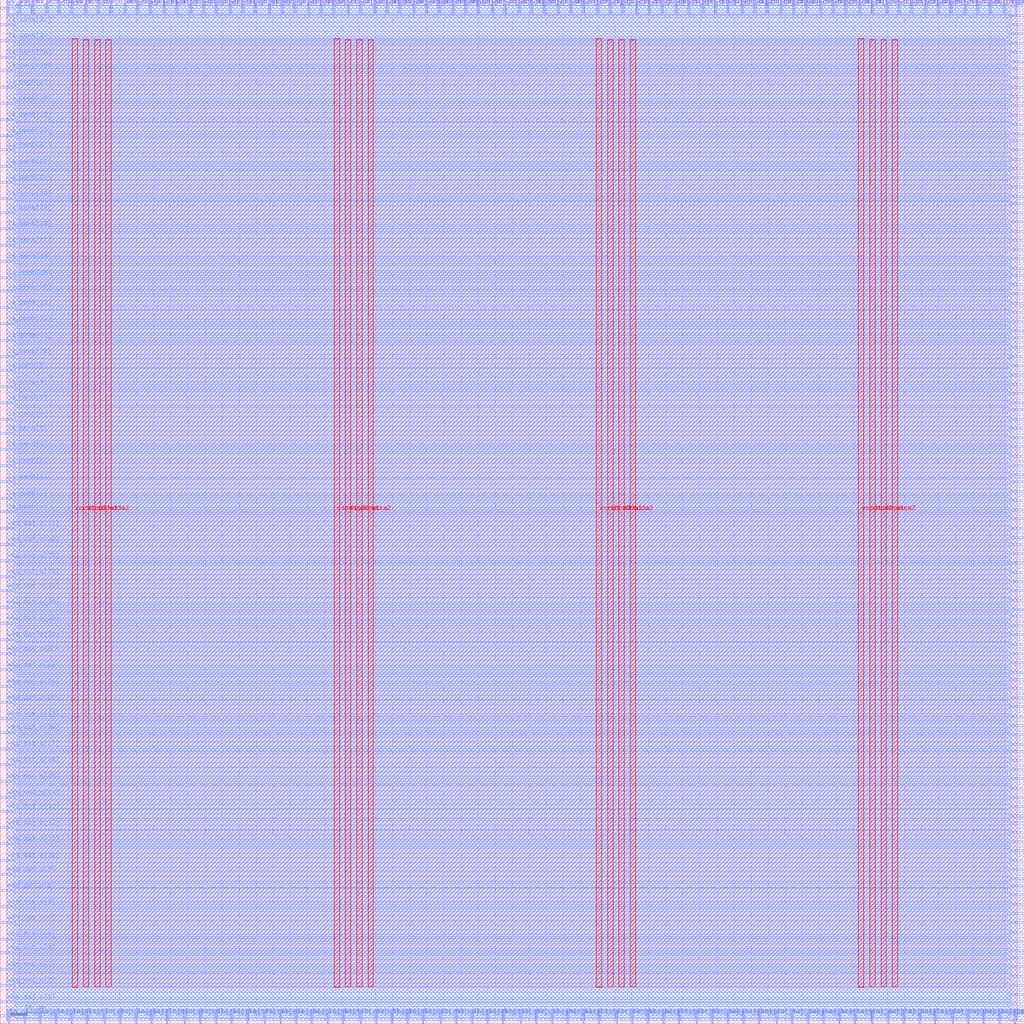
<source format=lef>
VERSION 5.7 ;
  NOWIREEXTENSIONATPIN ON ;
  DIVIDERCHAR "/" ;
  BUSBITCHARS "[]" ;
MACRO wrapped_quad_pwm_fet_drivers
  CLASS BLOCK ;
  FOREIGN wrapped_quad_pwm_fet_drivers ;
  ORIGIN 0.000 0.000 ;
  SIZE 300.000 BY 300.000 ;
  PIN active
    DIRECTION INPUT ;
    USE SIGNAL ;
    PORT
      LAYER met2 ;
        RECT 24.930 296.000 25.210 300.000 ;
    END
  END active
  PIN io_in[0]
    DIRECTION INPUT ;
    USE SIGNAL ;
    PORT
      LAYER met3 ;
        RECT 296.000 0.720 300.000 1.320 ;
    END
  END io_in[0]
  PIN io_in[10]
    DIRECTION INPUT ;
    USE SIGNAL ;
    PORT
      LAYER met3 ;
        RECT 296.000 79.600 300.000 80.200 ;
    END
  END io_in[10]
  PIN io_in[11]
    DIRECTION INPUT ;
    USE SIGNAL ;
    PORT
      LAYER met3 ;
        RECT 296.000 87.080 300.000 87.680 ;
    END
  END io_in[11]
  PIN io_in[12]
    DIRECTION INPUT ;
    USE SIGNAL ;
    PORT
      LAYER met3 ;
        RECT 296.000 95.240 300.000 95.840 ;
    END
  END io_in[12]
  PIN io_in[13]
    DIRECTION INPUT ;
    USE SIGNAL ;
    PORT
      LAYER met3 ;
        RECT 296.000 102.720 300.000 103.320 ;
    END
  END io_in[13]
  PIN io_in[14]
    DIRECTION INPUT ;
    USE SIGNAL ;
    PORT
      LAYER met3 ;
        RECT 296.000 110.880 300.000 111.480 ;
    END
  END io_in[14]
  PIN io_in[15]
    DIRECTION INPUT ;
    USE SIGNAL ;
    PORT
      LAYER met3 ;
        RECT 296.000 119.040 300.000 119.640 ;
    END
  END io_in[15]
  PIN io_in[16]
    DIRECTION INPUT ;
    USE SIGNAL ;
    PORT
      LAYER met3 ;
        RECT 296.000 126.520 300.000 127.120 ;
    END
  END io_in[16]
  PIN io_in[17]
    DIRECTION INPUT ;
    USE SIGNAL ;
    PORT
      LAYER met3 ;
        RECT 296.000 134.680 300.000 135.280 ;
    END
  END io_in[17]
  PIN io_in[18]
    DIRECTION INPUT ;
    USE SIGNAL ;
    PORT
      LAYER met3 ;
        RECT 296.000 142.160 300.000 142.760 ;
    END
  END io_in[18]
  PIN io_in[19]
    DIRECTION INPUT ;
    USE SIGNAL ;
    PORT
      LAYER met3 ;
        RECT 296.000 150.320 300.000 150.920 ;
    END
  END io_in[19]
  PIN io_in[1]
    DIRECTION INPUT ;
    USE SIGNAL ;
    PORT
      LAYER met3 ;
        RECT 296.000 8.200 300.000 8.800 ;
    END
  END io_in[1]
  PIN io_in[20]
    DIRECTION INPUT ;
    USE SIGNAL ;
    PORT
      LAYER met3 ;
        RECT 296.000 158.480 300.000 159.080 ;
    END
  END io_in[20]
  PIN io_in[21]
    DIRECTION INPUT ;
    USE SIGNAL ;
    PORT
      LAYER met3 ;
        RECT 296.000 165.960 300.000 166.560 ;
    END
  END io_in[21]
  PIN io_in[22]
    DIRECTION INPUT ;
    USE SIGNAL ;
    PORT
      LAYER met3 ;
        RECT 296.000 174.120 300.000 174.720 ;
    END
  END io_in[22]
  PIN io_in[23]
    DIRECTION INPUT ;
    USE SIGNAL ;
    PORT
      LAYER met3 ;
        RECT 296.000 181.600 300.000 182.200 ;
    END
  END io_in[23]
  PIN io_in[24]
    DIRECTION INPUT ;
    USE SIGNAL ;
    PORT
      LAYER met3 ;
        RECT 296.000 189.760 300.000 190.360 ;
    END
  END io_in[24]
  PIN io_in[25]
    DIRECTION INPUT ;
    USE SIGNAL ;
    PORT
      LAYER met3 ;
        RECT 296.000 197.920 300.000 198.520 ;
    END
  END io_in[25]
  PIN io_in[26]
    DIRECTION INPUT ;
    USE SIGNAL ;
    PORT
      LAYER met3 ;
        RECT 296.000 205.400 300.000 206.000 ;
    END
  END io_in[26]
  PIN io_in[27]
    DIRECTION INPUT ;
    USE SIGNAL ;
    PORT
      LAYER met3 ;
        RECT 296.000 213.560 300.000 214.160 ;
    END
  END io_in[27]
  PIN io_in[28]
    DIRECTION INPUT ;
    USE SIGNAL ;
    PORT
      LAYER met3 ;
        RECT 296.000 221.040 300.000 221.640 ;
    END
  END io_in[28]
  PIN io_in[29]
    DIRECTION INPUT ;
    USE SIGNAL ;
    PORT
      LAYER met3 ;
        RECT 296.000 229.200 300.000 229.800 ;
    END
  END io_in[29]
  PIN io_in[2]
    DIRECTION INPUT ;
    USE SIGNAL ;
    PORT
      LAYER met3 ;
        RECT 296.000 16.360 300.000 16.960 ;
    END
  END io_in[2]
  PIN io_in[30]
    DIRECTION INPUT ;
    USE SIGNAL ;
    PORT
      LAYER met3 ;
        RECT 296.000 237.360 300.000 237.960 ;
    END
  END io_in[30]
  PIN io_in[31]
    DIRECTION INPUT ;
    USE SIGNAL ;
    PORT
      LAYER met3 ;
        RECT 296.000 244.840 300.000 245.440 ;
    END
  END io_in[31]
  PIN io_in[32]
    DIRECTION INPUT ;
    USE SIGNAL ;
    PORT
      LAYER met3 ;
        RECT 296.000 253.000 300.000 253.600 ;
    END
  END io_in[32]
  PIN io_in[33]
    DIRECTION INPUT ;
    USE SIGNAL ;
    PORT
      LAYER met3 ;
        RECT 296.000 260.480 300.000 261.080 ;
    END
  END io_in[33]
  PIN io_in[34]
    DIRECTION INPUT ;
    USE SIGNAL ;
    PORT
      LAYER met3 ;
        RECT 296.000 268.640 300.000 269.240 ;
    END
  END io_in[34]
  PIN io_in[35]
    DIRECTION INPUT ;
    USE SIGNAL ;
    PORT
      LAYER met3 ;
        RECT 296.000 276.800 300.000 277.400 ;
    END
  END io_in[35]
  PIN io_in[36]
    DIRECTION INPUT ;
    USE SIGNAL ;
    PORT
      LAYER met3 ;
        RECT 296.000 284.280 300.000 284.880 ;
    END
  END io_in[36]
  PIN io_in[37]
    DIRECTION INPUT ;
    USE SIGNAL ;
    PORT
      LAYER met3 ;
        RECT 296.000 292.440 300.000 293.040 ;
    END
  END io_in[37]
  PIN io_in[3]
    DIRECTION INPUT ;
    USE SIGNAL ;
    PORT
      LAYER met3 ;
        RECT 296.000 23.840 300.000 24.440 ;
    END
  END io_in[3]
  PIN io_in[4]
    DIRECTION INPUT ;
    USE SIGNAL ;
    PORT
      LAYER met3 ;
        RECT 296.000 32.000 300.000 32.600 ;
    END
  END io_in[4]
  PIN io_in[5]
    DIRECTION INPUT ;
    USE SIGNAL ;
    PORT
      LAYER met3 ;
        RECT 296.000 40.160 300.000 40.760 ;
    END
  END io_in[5]
  PIN io_in[6]
    DIRECTION INPUT ;
    USE SIGNAL ;
    PORT
      LAYER met3 ;
        RECT 296.000 47.640 300.000 48.240 ;
    END
  END io_in[6]
  PIN io_in[7]
    DIRECTION INPUT ;
    USE SIGNAL ;
    PORT
      LAYER met3 ;
        RECT 296.000 55.800 300.000 56.400 ;
    END
  END io_in[7]
  PIN io_in[8]
    DIRECTION INPUT ;
    USE SIGNAL ;
    PORT
      LAYER met3 ;
        RECT 296.000 63.280 300.000 63.880 ;
    END
  END io_in[8]
  PIN io_in[9]
    DIRECTION INPUT ;
    USE SIGNAL ;
    PORT
      LAYER met3 ;
        RECT 296.000 71.440 300.000 72.040 ;
    END
  END io_in[9]
  PIN io_oeb[0]
    DIRECTION OUTPUT TRISTATE ;
    USE SIGNAL ;
    PORT
      LAYER met3 ;
        RECT 296.000 5.480 300.000 6.080 ;
    END
  END io_oeb[0]
  PIN io_oeb[10]
    DIRECTION OUTPUT TRISTATE ;
    USE SIGNAL ;
    PORT
      LAYER met3 ;
        RECT 296.000 84.360 300.000 84.960 ;
    END
  END io_oeb[10]
  PIN io_oeb[11]
    DIRECTION OUTPUT TRISTATE ;
    USE SIGNAL ;
    PORT
      LAYER met3 ;
        RECT 296.000 92.520 300.000 93.120 ;
    END
  END io_oeb[11]
  PIN io_oeb[12]
    DIRECTION OUTPUT TRISTATE ;
    USE SIGNAL ;
    PORT
      LAYER met3 ;
        RECT 296.000 100.680 300.000 101.280 ;
    END
  END io_oeb[12]
  PIN io_oeb[13]
    DIRECTION OUTPUT TRISTATE ;
    USE SIGNAL ;
    PORT
      LAYER met3 ;
        RECT 296.000 108.160 300.000 108.760 ;
    END
  END io_oeb[13]
  PIN io_oeb[14]
    DIRECTION OUTPUT TRISTATE ;
    USE SIGNAL ;
    PORT
      LAYER met3 ;
        RECT 296.000 116.320 300.000 116.920 ;
    END
  END io_oeb[14]
  PIN io_oeb[15]
    DIRECTION OUTPUT TRISTATE ;
    USE SIGNAL ;
    PORT
      LAYER met3 ;
        RECT 296.000 123.800 300.000 124.400 ;
    END
  END io_oeb[15]
  PIN io_oeb[16]
    DIRECTION OUTPUT TRISTATE ;
    USE SIGNAL ;
    PORT
      LAYER met3 ;
        RECT 296.000 131.960 300.000 132.560 ;
    END
  END io_oeb[16]
  PIN io_oeb[17]
    DIRECTION OUTPUT TRISTATE ;
    USE SIGNAL ;
    PORT
      LAYER met3 ;
        RECT 296.000 140.120 300.000 140.720 ;
    END
  END io_oeb[17]
  PIN io_oeb[18]
    DIRECTION OUTPUT TRISTATE ;
    USE SIGNAL ;
    PORT
      LAYER met3 ;
        RECT 296.000 147.600 300.000 148.200 ;
    END
  END io_oeb[18]
  PIN io_oeb[19]
    DIRECTION OUTPUT TRISTATE ;
    USE SIGNAL ;
    PORT
      LAYER met3 ;
        RECT 296.000 155.760 300.000 156.360 ;
    END
  END io_oeb[19]
  PIN io_oeb[1]
    DIRECTION OUTPUT TRISTATE ;
    USE SIGNAL ;
    PORT
      LAYER met3 ;
        RECT 296.000 13.640 300.000 14.240 ;
    END
  END io_oeb[1]
  PIN io_oeb[20]
    DIRECTION OUTPUT TRISTATE ;
    USE SIGNAL ;
    PORT
      LAYER met3 ;
        RECT 296.000 163.240 300.000 163.840 ;
    END
  END io_oeb[20]
  PIN io_oeb[21]
    DIRECTION OUTPUT TRISTATE ;
    USE SIGNAL ;
    PORT
      LAYER met3 ;
        RECT 296.000 171.400 300.000 172.000 ;
    END
  END io_oeb[21]
  PIN io_oeb[22]
    DIRECTION OUTPUT TRISTATE ;
    USE SIGNAL ;
    PORT
      LAYER met3 ;
        RECT 296.000 179.560 300.000 180.160 ;
    END
  END io_oeb[22]
  PIN io_oeb[23]
    DIRECTION OUTPUT TRISTATE ;
    USE SIGNAL ;
    PORT
      LAYER met3 ;
        RECT 296.000 187.040 300.000 187.640 ;
    END
  END io_oeb[23]
  PIN io_oeb[24]
    DIRECTION OUTPUT TRISTATE ;
    USE SIGNAL ;
    PORT
      LAYER met3 ;
        RECT 296.000 195.200 300.000 195.800 ;
    END
  END io_oeb[24]
  PIN io_oeb[25]
    DIRECTION OUTPUT TRISTATE ;
    USE SIGNAL ;
    PORT
      LAYER met3 ;
        RECT 296.000 202.680 300.000 203.280 ;
    END
  END io_oeb[25]
  PIN io_oeb[26]
    DIRECTION OUTPUT TRISTATE ;
    USE SIGNAL ;
    PORT
      LAYER met3 ;
        RECT 296.000 210.840 300.000 211.440 ;
    END
  END io_oeb[26]
  PIN io_oeb[27]
    DIRECTION OUTPUT TRISTATE ;
    USE SIGNAL ;
    PORT
      LAYER met3 ;
        RECT 296.000 219.000 300.000 219.600 ;
    END
  END io_oeb[27]
  PIN io_oeb[28]
    DIRECTION OUTPUT TRISTATE ;
    USE SIGNAL ;
    PORT
      LAYER met3 ;
        RECT 296.000 226.480 300.000 227.080 ;
    END
  END io_oeb[28]
  PIN io_oeb[29]
    DIRECTION OUTPUT TRISTATE ;
    USE SIGNAL ;
    PORT
      LAYER met3 ;
        RECT 296.000 234.640 300.000 235.240 ;
    END
  END io_oeb[29]
  PIN io_oeb[2]
    DIRECTION OUTPUT TRISTATE ;
    USE SIGNAL ;
    PORT
      LAYER met3 ;
        RECT 296.000 21.120 300.000 21.720 ;
    END
  END io_oeb[2]
  PIN io_oeb[30]
    DIRECTION OUTPUT TRISTATE ;
    USE SIGNAL ;
    PORT
      LAYER met3 ;
        RECT 296.000 242.120 300.000 242.720 ;
    END
  END io_oeb[30]
  PIN io_oeb[31]
    DIRECTION OUTPUT TRISTATE ;
    USE SIGNAL ;
    PORT
      LAYER met3 ;
        RECT 296.000 250.280 300.000 250.880 ;
    END
  END io_oeb[31]
  PIN io_oeb[32]
    DIRECTION OUTPUT TRISTATE ;
    USE SIGNAL ;
    PORT
      LAYER met3 ;
        RECT 296.000 258.440 300.000 259.040 ;
    END
  END io_oeb[32]
  PIN io_oeb[33]
    DIRECTION OUTPUT TRISTATE ;
    USE SIGNAL ;
    PORT
      LAYER met3 ;
        RECT 296.000 265.920 300.000 266.520 ;
    END
  END io_oeb[33]
  PIN io_oeb[34]
    DIRECTION OUTPUT TRISTATE ;
    USE SIGNAL ;
    PORT
      LAYER met3 ;
        RECT 296.000 274.080 300.000 274.680 ;
    END
  END io_oeb[34]
  PIN io_oeb[35]
    DIRECTION OUTPUT TRISTATE ;
    USE SIGNAL ;
    PORT
      LAYER met3 ;
        RECT 296.000 281.560 300.000 282.160 ;
    END
  END io_oeb[35]
  PIN io_oeb[36]
    DIRECTION OUTPUT TRISTATE ;
    USE SIGNAL ;
    PORT
      LAYER met3 ;
        RECT 296.000 289.720 300.000 290.320 ;
    END
  END io_oeb[36]
  PIN io_oeb[37]
    DIRECTION OUTPUT TRISTATE ;
    USE SIGNAL ;
    PORT
      LAYER met3 ;
        RECT 296.000 297.880 300.000 298.480 ;
    END
  END io_oeb[37]
  PIN io_oeb[3]
    DIRECTION OUTPUT TRISTATE ;
    USE SIGNAL ;
    PORT
      LAYER met3 ;
        RECT 296.000 29.280 300.000 29.880 ;
    END
  END io_oeb[3]
  PIN io_oeb[4]
    DIRECTION OUTPUT TRISTATE ;
    USE SIGNAL ;
    PORT
      LAYER met3 ;
        RECT 296.000 37.440 300.000 38.040 ;
    END
  END io_oeb[4]
  PIN io_oeb[5]
    DIRECTION OUTPUT TRISTATE ;
    USE SIGNAL ;
    PORT
      LAYER met3 ;
        RECT 296.000 44.920 300.000 45.520 ;
    END
  END io_oeb[5]
  PIN io_oeb[6]
    DIRECTION OUTPUT TRISTATE ;
    USE SIGNAL ;
    PORT
      LAYER met3 ;
        RECT 296.000 53.080 300.000 53.680 ;
    END
  END io_oeb[6]
  PIN io_oeb[7]
    DIRECTION OUTPUT TRISTATE ;
    USE SIGNAL ;
    PORT
      LAYER met3 ;
        RECT 296.000 60.560 300.000 61.160 ;
    END
  END io_oeb[7]
  PIN io_oeb[8]
    DIRECTION OUTPUT TRISTATE ;
    USE SIGNAL ;
    PORT
      LAYER met3 ;
        RECT 296.000 68.720 300.000 69.320 ;
    END
  END io_oeb[8]
  PIN io_oeb[9]
    DIRECTION OUTPUT TRISTATE ;
    USE SIGNAL ;
    PORT
      LAYER met3 ;
        RECT 296.000 76.880 300.000 77.480 ;
    END
  END io_oeb[9]
  PIN io_out[0]
    DIRECTION OUTPUT TRISTATE ;
    USE SIGNAL ;
    PORT
      LAYER met3 ;
        RECT 296.000 2.760 300.000 3.360 ;
    END
  END io_out[0]
  PIN io_out[10]
    DIRECTION OUTPUT TRISTATE ;
    USE SIGNAL ;
    PORT
      LAYER met3 ;
        RECT 296.000 81.640 300.000 82.240 ;
    END
  END io_out[10]
  PIN io_out[11]
    DIRECTION OUTPUT TRISTATE ;
    USE SIGNAL ;
    PORT
      LAYER met3 ;
        RECT 296.000 89.800 300.000 90.400 ;
    END
  END io_out[11]
  PIN io_out[12]
    DIRECTION OUTPUT TRISTATE ;
    USE SIGNAL ;
    PORT
      LAYER met3 ;
        RECT 296.000 97.960 300.000 98.560 ;
    END
  END io_out[12]
  PIN io_out[13]
    DIRECTION OUTPUT TRISTATE ;
    USE SIGNAL ;
    PORT
      LAYER met3 ;
        RECT 296.000 105.440 300.000 106.040 ;
    END
  END io_out[13]
  PIN io_out[14]
    DIRECTION OUTPUT TRISTATE ;
    USE SIGNAL ;
    PORT
      LAYER met3 ;
        RECT 296.000 113.600 300.000 114.200 ;
    END
  END io_out[14]
  PIN io_out[15]
    DIRECTION OUTPUT TRISTATE ;
    USE SIGNAL ;
    PORT
      LAYER met3 ;
        RECT 296.000 121.080 300.000 121.680 ;
    END
  END io_out[15]
  PIN io_out[16]
    DIRECTION OUTPUT TRISTATE ;
    USE SIGNAL ;
    PORT
      LAYER met3 ;
        RECT 296.000 129.240 300.000 129.840 ;
    END
  END io_out[16]
  PIN io_out[17]
    DIRECTION OUTPUT TRISTATE ;
    USE SIGNAL ;
    PORT
      LAYER met3 ;
        RECT 296.000 137.400 300.000 138.000 ;
    END
  END io_out[17]
  PIN io_out[18]
    DIRECTION OUTPUT TRISTATE ;
    USE SIGNAL ;
    PORT
      LAYER met3 ;
        RECT 296.000 144.880 300.000 145.480 ;
    END
  END io_out[18]
  PIN io_out[19]
    DIRECTION OUTPUT TRISTATE ;
    USE SIGNAL ;
    PORT
      LAYER met3 ;
        RECT 296.000 153.040 300.000 153.640 ;
    END
  END io_out[19]
  PIN io_out[1]
    DIRECTION OUTPUT TRISTATE ;
    USE SIGNAL ;
    PORT
      LAYER met3 ;
        RECT 296.000 10.920 300.000 11.520 ;
    END
  END io_out[1]
  PIN io_out[20]
    DIRECTION OUTPUT TRISTATE ;
    USE SIGNAL ;
    PORT
      LAYER met3 ;
        RECT 296.000 160.520 300.000 161.120 ;
    END
  END io_out[20]
  PIN io_out[21]
    DIRECTION OUTPUT TRISTATE ;
    USE SIGNAL ;
    PORT
      LAYER met3 ;
        RECT 296.000 168.680 300.000 169.280 ;
    END
  END io_out[21]
  PIN io_out[22]
    DIRECTION OUTPUT TRISTATE ;
    USE SIGNAL ;
    PORT
      LAYER met3 ;
        RECT 296.000 176.840 300.000 177.440 ;
    END
  END io_out[22]
  PIN io_out[23]
    DIRECTION OUTPUT TRISTATE ;
    USE SIGNAL ;
    PORT
      LAYER met3 ;
        RECT 296.000 184.320 300.000 184.920 ;
    END
  END io_out[23]
  PIN io_out[24]
    DIRECTION OUTPUT TRISTATE ;
    USE SIGNAL ;
    PORT
      LAYER met3 ;
        RECT 296.000 192.480 300.000 193.080 ;
    END
  END io_out[24]
  PIN io_out[25]
    DIRECTION OUTPUT TRISTATE ;
    USE SIGNAL ;
    PORT
      LAYER met3 ;
        RECT 296.000 200.640 300.000 201.240 ;
    END
  END io_out[25]
  PIN io_out[26]
    DIRECTION OUTPUT TRISTATE ;
    USE SIGNAL ;
    PORT
      LAYER met3 ;
        RECT 296.000 208.120 300.000 208.720 ;
    END
  END io_out[26]
  PIN io_out[27]
    DIRECTION OUTPUT TRISTATE ;
    USE SIGNAL ;
    PORT
      LAYER met3 ;
        RECT 296.000 216.280 300.000 216.880 ;
    END
  END io_out[27]
  PIN io_out[28]
    DIRECTION OUTPUT TRISTATE ;
    USE SIGNAL ;
    PORT
      LAYER met3 ;
        RECT 296.000 223.760 300.000 224.360 ;
    END
  END io_out[28]
  PIN io_out[29]
    DIRECTION OUTPUT TRISTATE ;
    USE SIGNAL ;
    PORT
      LAYER met3 ;
        RECT 296.000 231.920 300.000 232.520 ;
    END
  END io_out[29]
  PIN io_out[2]
    DIRECTION OUTPUT TRISTATE ;
    USE SIGNAL ;
    PORT
      LAYER met3 ;
        RECT 296.000 19.080 300.000 19.680 ;
    END
  END io_out[2]
  PIN io_out[30]
    DIRECTION OUTPUT TRISTATE ;
    USE SIGNAL ;
    PORT
      LAYER met3 ;
        RECT 296.000 240.080 300.000 240.680 ;
    END
  END io_out[30]
  PIN io_out[31]
    DIRECTION OUTPUT TRISTATE ;
    USE SIGNAL ;
    PORT
      LAYER met3 ;
        RECT 296.000 247.560 300.000 248.160 ;
    END
  END io_out[31]
  PIN io_out[32]
    DIRECTION OUTPUT TRISTATE ;
    USE SIGNAL ;
    PORT
      LAYER met3 ;
        RECT 296.000 255.720 300.000 256.320 ;
    END
  END io_out[32]
  PIN io_out[33]
    DIRECTION OUTPUT TRISTATE ;
    USE SIGNAL ;
    PORT
      LAYER met3 ;
        RECT 296.000 263.200 300.000 263.800 ;
    END
  END io_out[33]
  PIN io_out[34]
    DIRECTION OUTPUT TRISTATE ;
    USE SIGNAL ;
    PORT
      LAYER met3 ;
        RECT 296.000 271.360 300.000 271.960 ;
    END
  END io_out[34]
  PIN io_out[35]
    DIRECTION OUTPUT TRISTATE ;
    USE SIGNAL ;
    PORT
      LAYER met3 ;
        RECT 296.000 279.520 300.000 280.120 ;
    END
  END io_out[35]
  PIN io_out[36]
    DIRECTION OUTPUT TRISTATE ;
    USE SIGNAL ;
    PORT
      LAYER met3 ;
        RECT 296.000 287.000 300.000 287.600 ;
    END
  END io_out[36]
  PIN io_out[37]
    DIRECTION OUTPUT TRISTATE ;
    USE SIGNAL ;
    PORT
      LAYER met3 ;
        RECT 296.000 295.160 300.000 295.760 ;
    END
  END io_out[37]
  PIN io_out[3]
    DIRECTION OUTPUT TRISTATE ;
    USE SIGNAL ;
    PORT
      LAYER met3 ;
        RECT 296.000 26.560 300.000 27.160 ;
    END
  END io_out[3]
  PIN io_out[4]
    DIRECTION OUTPUT TRISTATE ;
    USE SIGNAL ;
    PORT
      LAYER met3 ;
        RECT 296.000 34.720 300.000 35.320 ;
    END
  END io_out[4]
  PIN io_out[5]
    DIRECTION OUTPUT TRISTATE ;
    USE SIGNAL ;
    PORT
      LAYER met3 ;
        RECT 296.000 42.200 300.000 42.800 ;
    END
  END io_out[5]
  PIN io_out[6]
    DIRECTION OUTPUT TRISTATE ;
    USE SIGNAL ;
    PORT
      LAYER met3 ;
        RECT 296.000 50.360 300.000 50.960 ;
    END
  END io_out[6]
  PIN io_out[7]
    DIRECTION OUTPUT TRISTATE ;
    USE SIGNAL ;
    PORT
      LAYER met3 ;
        RECT 296.000 58.520 300.000 59.120 ;
    END
  END io_out[7]
  PIN io_out[8]
    DIRECTION OUTPUT TRISTATE ;
    USE SIGNAL ;
    PORT
      LAYER met3 ;
        RECT 296.000 66.000 300.000 66.600 ;
    END
  END io_out[8]
  PIN io_out[9]
    DIRECTION OUTPUT TRISTATE ;
    USE SIGNAL ;
    PORT
      LAYER met3 ;
        RECT 296.000 74.160 300.000 74.760 ;
    END
  END io_out[9]
  PIN irq[0]
    DIRECTION OUTPUT TRISTATE ;
    USE SIGNAL ;
    PORT
      LAYER met2 ;
        RECT 294.030 296.000 294.310 300.000 ;
    END
  END irq[0]
  PIN irq[1]
    DIRECTION OUTPUT TRISTATE ;
    USE SIGNAL ;
    PORT
      LAYER met2 ;
        RECT 297.710 296.000 297.990 300.000 ;
    END
  END irq[1]
  PIN irq[2]
    DIRECTION OUTPUT TRISTATE ;
    USE SIGNAL ;
    PORT
      LAYER met3 ;
        RECT 0.000 297.200 4.000 297.800 ;
    END
  END irq[2]
  PIN la_data_in[0]
    DIRECTION INPUT ;
    USE SIGNAL ;
    PORT
      LAYER met2 ;
        RECT 2.390 0.000 2.670 4.000 ;
    END
  END la_data_in[0]
  PIN la_data_in[10]
    DIRECTION INPUT ;
    USE SIGNAL ;
    PORT
      LAYER met2 ;
        RECT 48.850 0.000 49.130 4.000 ;
    END
  END la_data_in[10]
  PIN la_data_in[11]
    DIRECTION INPUT ;
    USE SIGNAL ;
    PORT
      LAYER met2 ;
        RECT 53.910 0.000 54.190 4.000 ;
    END
  END la_data_in[11]
  PIN la_data_in[12]
    DIRECTION INPUT ;
    USE SIGNAL ;
    PORT
      LAYER met2 ;
        RECT 58.510 0.000 58.790 4.000 ;
    END
  END la_data_in[12]
  PIN la_data_in[13]
    DIRECTION INPUT ;
    USE SIGNAL ;
    PORT
      LAYER met2 ;
        RECT 63.110 0.000 63.390 4.000 ;
    END
  END la_data_in[13]
  PIN la_data_in[14]
    DIRECTION INPUT ;
    USE SIGNAL ;
    PORT
      LAYER met2 ;
        RECT 67.710 0.000 67.990 4.000 ;
    END
  END la_data_in[14]
  PIN la_data_in[15]
    DIRECTION INPUT ;
    USE SIGNAL ;
    PORT
      LAYER met2 ;
        RECT 72.310 0.000 72.590 4.000 ;
    END
  END la_data_in[15]
  PIN la_data_in[16]
    DIRECTION INPUT ;
    USE SIGNAL ;
    PORT
      LAYER met2 ;
        RECT 77.370 0.000 77.650 4.000 ;
    END
  END la_data_in[16]
  PIN la_data_in[17]
    DIRECTION INPUT ;
    USE SIGNAL ;
    PORT
      LAYER met2 ;
        RECT 81.970 0.000 82.250 4.000 ;
    END
  END la_data_in[17]
  PIN la_data_in[18]
    DIRECTION INPUT ;
    USE SIGNAL ;
    PORT
      LAYER met2 ;
        RECT 86.570 0.000 86.850 4.000 ;
    END
  END la_data_in[18]
  PIN la_data_in[19]
    DIRECTION INPUT ;
    USE SIGNAL ;
    PORT
      LAYER met2 ;
        RECT 91.170 0.000 91.450 4.000 ;
    END
  END la_data_in[19]
  PIN la_data_in[1]
    DIRECTION INPUT ;
    USE SIGNAL ;
    PORT
      LAYER met2 ;
        RECT 6.990 0.000 7.270 4.000 ;
    END
  END la_data_in[1]
  PIN la_data_in[20]
    DIRECTION INPUT ;
    USE SIGNAL ;
    PORT
      LAYER met2 ;
        RECT 95.770 0.000 96.050 4.000 ;
    END
  END la_data_in[20]
  PIN la_data_in[21]
    DIRECTION INPUT ;
    USE SIGNAL ;
    PORT
      LAYER met2 ;
        RECT 100.370 0.000 100.650 4.000 ;
    END
  END la_data_in[21]
  PIN la_data_in[22]
    DIRECTION INPUT ;
    USE SIGNAL ;
    PORT
      LAYER met2 ;
        RECT 105.430 0.000 105.710 4.000 ;
    END
  END la_data_in[22]
  PIN la_data_in[23]
    DIRECTION INPUT ;
    USE SIGNAL ;
    PORT
      LAYER met2 ;
        RECT 110.030 0.000 110.310 4.000 ;
    END
  END la_data_in[23]
  PIN la_data_in[24]
    DIRECTION INPUT ;
    USE SIGNAL ;
    PORT
      LAYER met2 ;
        RECT 114.630 0.000 114.910 4.000 ;
    END
  END la_data_in[24]
  PIN la_data_in[25]
    DIRECTION INPUT ;
    USE SIGNAL ;
    PORT
      LAYER met2 ;
        RECT 119.230 0.000 119.510 4.000 ;
    END
  END la_data_in[25]
  PIN la_data_in[26]
    DIRECTION INPUT ;
    USE SIGNAL ;
    PORT
      LAYER met2 ;
        RECT 123.830 0.000 124.110 4.000 ;
    END
  END la_data_in[26]
  PIN la_data_in[27]
    DIRECTION INPUT ;
    USE SIGNAL ;
    PORT
      LAYER met2 ;
        RECT 128.890 0.000 129.170 4.000 ;
    END
  END la_data_in[27]
  PIN la_data_in[28]
    DIRECTION INPUT ;
    USE SIGNAL ;
    PORT
      LAYER met2 ;
        RECT 133.490 0.000 133.770 4.000 ;
    END
  END la_data_in[28]
  PIN la_data_in[29]
    DIRECTION INPUT ;
    USE SIGNAL ;
    PORT
      LAYER met2 ;
        RECT 138.090 0.000 138.370 4.000 ;
    END
  END la_data_in[29]
  PIN la_data_in[2]
    DIRECTION INPUT ;
    USE SIGNAL ;
    PORT
      LAYER met2 ;
        RECT 11.590 0.000 11.870 4.000 ;
    END
  END la_data_in[2]
  PIN la_data_in[30]
    DIRECTION INPUT ;
    USE SIGNAL ;
    PORT
      LAYER met2 ;
        RECT 142.690 0.000 142.970 4.000 ;
    END
  END la_data_in[30]
  PIN la_data_in[31]
    DIRECTION INPUT ;
    USE SIGNAL ;
    PORT
      LAYER met2 ;
        RECT 147.290 0.000 147.570 4.000 ;
    END
  END la_data_in[31]
  PIN la_data_in[3]
    DIRECTION INPUT ;
    USE SIGNAL ;
    PORT
      LAYER met2 ;
        RECT 16.190 0.000 16.470 4.000 ;
    END
  END la_data_in[3]
  PIN la_data_in[4]
    DIRECTION INPUT ;
    USE SIGNAL ;
    PORT
      LAYER met2 ;
        RECT 20.790 0.000 21.070 4.000 ;
    END
  END la_data_in[4]
  PIN la_data_in[5]
    DIRECTION INPUT ;
    USE SIGNAL ;
    PORT
      LAYER met2 ;
        RECT 25.390 0.000 25.670 4.000 ;
    END
  END la_data_in[5]
  PIN la_data_in[6]
    DIRECTION INPUT ;
    USE SIGNAL ;
    PORT
      LAYER met2 ;
        RECT 30.450 0.000 30.730 4.000 ;
    END
  END la_data_in[6]
  PIN la_data_in[7]
    DIRECTION INPUT ;
    USE SIGNAL ;
    PORT
      LAYER met2 ;
        RECT 35.050 0.000 35.330 4.000 ;
    END
  END la_data_in[7]
  PIN la_data_in[8]
    DIRECTION INPUT ;
    USE SIGNAL ;
    PORT
      LAYER met2 ;
        RECT 39.650 0.000 39.930 4.000 ;
    END
  END la_data_in[8]
  PIN la_data_in[9]
    DIRECTION INPUT ;
    USE SIGNAL ;
    PORT
      LAYER met2 ;
        RECT 44.250 0.000 44.530 4.000 ;
    END
  END la_data_in[9]
  PIN la_data_out[0]
    DIRECTION OUTPUT TRISTATE ;
    USE SIGNAL ;
    PORT
      LAYER met2 ;
        RECT 152.350 0.000 152.630 4.000 ;
    END
  END la_data_out[0]
  PIN la_data_out[10]
    DIRECTION OUTPUT TRISTATE ;
    USE SIGNAL ;
    PORT
      LAYER met2 ;
        RECT 198.810 0.000 199.090 4.000 ;
    END
  END la_data_out[10]
  PIN la_data_out[11]
    DIRECTION OUTPUT TRISTATE ;
    USE SIGNAL ;
    PORT
      LAYER met2 ;
        RECT 203.870 0.000 204.150 4.000 ;
    END
  END la_data_out[11]
  PIN la_data_out[12]
    DIRECTION OUTPUT TRISTATE ;
    USE SIGNAL ;
    PORT
      LAYER met2 ;
        RECT 208.470 0.000 208.750 4.000 ;
    END
  END la_data_out[12]
  PIN la_data_out[13]
    DIRECTION OUTPUT TRISTATE ;
    USE SIGNAL ;
    PORT
      LAYER met2 ;
        RECT 213.070 0.000 213.350 4.000 ;
    END
  END la_data_out[13]
  PIN la_data_out[14]
    DIRECTION OUTPUT TRISTATE ;
    USE SIGNAL ;
    PORT
      LAYER met2 ;
        RECT 217.670 0.000 217.950 4.000 ;
    END
  END la_data_out[14]
  PIN la_data_out[15]
    DIRECTION OUTPUT TRISTATE ;
    USE SIGNAL ;
    PORT
      LAYER met2 ;
        RECT 222.270 0.000 222.550 4.000 ;
    END
  END la_data_out[15]
  PIN la_data_out[16]
    DIRECTION OUTPUT TRISTATE ;
    USE SIGNAL ;
    PORT
      LAYER met2 ;
        RECT 227.330 0.000 227.610 4.000 ;
    END
  END la_data_out[16]
  PIN la_data_out[17]
    DIRECTION OUTPUT TRISTATE ;
    USE SIGNAL ;
    PORT
      LAYER met2 ;
        RECT 231.930 0.000 232.210 4.000 ;
    END
  END la_data_out[17]
  PIN la_data_out[18]
    DIRECTION OUTPUT TRISTATE ;
    USE SIGNAL ;
    PORT
      LAYER met2 ;
        RECT 236.530 0.000 236.810 4.000 ;
    END
  END la_data_out[18]
  PIN la_data_out[19]
    DIRECTION OUTPUT TRISTATE ;
    USE SIGNAL ;
    PORT
      LAYER met2 ;
        RECT 241.130 0.000 241.410 4.000 ;
    END
  END la_data_out[19]
  PIN la_data_out[1]
    DIRECTION OUTPUT TRISTATE ;
    USE SIGNAL ;
    PORT
      LAYER met2 ;
        RECT 156.950 0.000 157.230 4.000 ;
    END
  END la_data_out[1]
  PIN la_data_out[20]
    DIRECTION OUTPUT TRISTATE ;
    USE SIGNAL ;
    PORT
      LAYER met2 ;
        RECT 245.730 0.000 246.010 4.000 ;
    END
  END la_data_out[20]
  PIN la_data_out[21]
    DIRECTION OUTPUT TRISTATE ;
    USE SIGNAL ;
    PORT
      LAYER met2 ;
        RECT 250.330 0.000 250.610 4.000 ;
    END
  END la_data_out[21]
  PIN la_data_out[22]
    DIRECTION OUTPUT TRISTATE ;
    USE SIGNAL ;
    PORT
      LAYER met2 ;
        RECT 255.390 0.000 255.670 4.000 ;
    END
  END la_data_out[22]
  PIN la_data_out[23]
    DIRECTION OUTPUT TRISTATE ;
    USE SIGNAL ;
    PORT
      LAYER met2 ;
        RECT 259.990 0.000 260.270 4.000 ;
    END
  END la_data_out[23]
  PIN la_data_out[24]
    DIRECTION OUTPUT TRISTATE ;
    USE SIGNAL ;
    PORT
      LAYER met2 ;
        RECT 264.590 0.000 264.870 4.000 ;
    END
  END la_data_out[24]
  PIN la_data_out[25]
    DIRECTION OUTPUT TRISTATE ;
    USE SIGNAL ;
    PORT
      LAYER met2 ;
        RECT 269.190 0.000 269.470 4.000 ;
    END
  END la_data_out[25]
  PIN la_data_out[26]
    DIRECTION OUTPUT TRISTATE ;
    USE SIGNAL ;
    PORT
      LAYER met2 ;
        RECT 273.790 0.000 274.070 4.000 ;
    END
  END la_data_out[26]
  PIN la_data_out[27]
    DIRECTION OUTPUT TRISTATE ;
    USE SIGNAL ;
    PORT
      LAYER met2 ;
        RECT 278.850 0.000 279.130 4.000 ;
    END
  END la_data_out[27]
  PIN la_data_out[28]
    DIRECTION OUTPUT TRISTATE ;
    USE SIGNAL ;
    PORT
      LAYER met2 ;
        RECT 283.450 0.000 283.730 4.000 ;
    END
  END la_data_out[28]
  PIN la_data_out[29]
    DIRECTION OUTPUT TRISTATE ;
    USE SIGNAL ;
    PORT
      LAYER met2 ;
        RECT 288.050 0.000 288.330 4.000 ;
    END
  END la_data_out[29]
  PIN la_data_out[2]
    DIRECTION OUTPUT TRISTATE ;
    USE SIGNAL ;
    PORT
      LAYER met2 ;
        RECT 161.550 0.000 161.830 4.000 ;
    END
  END la_data_out[2]
  PIN la_data_out[30]
    DIRECTION OUTPUT TRISTATE ;
    USE SIGNAL ;
    PORT
      LAYER met2 ;
        RECT 292.650 0.000 292.930 4.000 ;
    END
  END la_data_out[30]
  PIN la_data_out[31]
    DIRECTION OUTPUT TRISTATE ;
    USE SIGNAL ;
    PORT
      LAYER met2 ;
        RECT 297.250 0.000 297.530 4.000 ;
    END
  END la_data_out[31]
  PIN la_data_out[3]
    DIRECTION OUTPUT TRISTATE ;
    USE SIGNAL ;
    PORT
      LAYER met2 ;
        RECT 166.150 0.000 166.430 4.000 ;
    END
  END la_data_out[3]
  PIN la_data_out[4]
    DIRECTION OUTPUT TRISTATE ;
    USE SIGNAL ;
    PORT
      LAYER met2 ;
        RECT 170.750 0.000 171.030 4.000 ;
    END
  END la_data_out[4]
  PIN la_data_out[5]
    DIRECTION OUTPUT TRISTATE ;
    USE SIGNAL ;
    PORT
      LAYER met2 ;
        RECT 175.350 0.000 175.630 4.000 ;
    END
  END la_data_out[5]
  PIN la_data_out[6]
    DIRECTION OUTPUT TRISTATE ;
    USE SIGNAL ;
    PORT
      LAYER met2 ;
        RECT 180.410 0.000 180.690 4.000 ;
    END
  END la_data_out[6]
  PIN la_data_out[7]
    DIRECTION OUTPUT TRISTATE ;
    USE SIGNAL ;
    PORT
      LAYER met2 ;
        RECT 185.010 0.000 185.290 4.000 ;
    END
  END la_data_out[7]
  PIN la_data_out[8]
    DIRECTION OUTPUT TRISTATE ;
    USE SIGNAL ;
    PORT
      LAYER met2 ;
        RECT 189.610 0.000 189.890 4.000 ;
    END
  END la_data_out[8]
  PIN la_data_out[9]
    DIRECTION OUTPUT TRISTATE ;
    USE SIGNAL ;
    PORT
      LAYER met2 ;
        RECT 194.210 0.000 194.490 4.000 ;
    END
  END la_data_out[9]
  PIN la_oenb[0]
    DIRECTION INPUT ;
    USE SIGNAL ;
    PORT
      LAYER met3 ;
        RECT 0.000 149.640 4.000 150.240 ;
    END
  END la_oenb[0]
  PIN la_oenb[10]
    DIRECTION INPUT ;
    USE SIGNAL ;
    PORT
      LAYER met3 ;
        RECT 0.000 195.200 4.000 195.800 ;
    END
  END la_oenb[10]
  PIN la_oenb[11]
    DIRECTION INPUT ;
    USE SIGNAL ;
    PORT
      LAYER met3 ;
        RECT 0.000 199.960 4.000 200.560 ;
    END
  END la_oenb[11]
  PIN la_oenb[12]
    DIRECTION INPUT ;
    USE SIGNAL ;
    PORT
      LAYER met3 ;
        RECT 0.000 204.720 4.000 205.320 ;
    END
  END la_oenb[12]
  PIN la_oenb[13]
    DIRECTION INPUT ;
    USE SIGNAL ;
    PORT
      LAYER met3 ;
        RECT 0.000 209.480 4.000 210.080 ;
    END
  END la_oenb[13]
  PIN la_oenb[14]
    DIRECTION INPUT ;
    USE SIGNAL ;
    PORT
      LAYER met3 ;
        RECT 0.000 214.240 4.000 214.840 ;
    END
  END la_oenb[14]
  PIN la_oenb[15]
    DIRECTION INPUT ;
    USE SIGNAL ;
    PORT
      LAYER met3 ;
        RECT 0.000 218.320 4.000 218.920 ;
    END
  END la_oenb[15]
  PIN la_oenb[16]
    DIRECTION INPUT ;
    USE SIGNAL ;
    PORT
      LAYER met3 ;
        RECT 0.000 223.080 4.000 223.680 ;
    END
  END la_oenb[16]
  PIN la_oenb[17]
    DIRECTION INPUT ;
    USE SIGNAL ;
    PORT
      LAYER met3 ;
        RECT 0.000 227.840 4.000 228.440 ;
    END
  END la_oenb[17]
  PIN la_oenb[18]
    DIRECTION INPUT ;
    USE SIGNAL ;
    PORT
      LAYER met3 ;
        RECT 0.000 232.600 4.000 233.200 ;
    END
  END la_oenb[18]
  PIN la_oenb[19]
    DIRECTION INPUT ;
    USE SIGNAL ;
    PORT
      LAYER met3 ;
        RECT 0.000 237.360 4.000 237.960 ;
    END
  END la_oenb[19]
  PIN la_oenb[1]
    DIRECTION INPUT ;
    USE SIGNAL ;
    PORT
      LAYER met3 ;
        RECT 0.000 153.720 4.000 154.320 ;
    END
  END la_oenb[1]
  PIN la_oenb[20]
    DIRECTION INPUT ;
    USE SIGNAL ;
    PORT
      LAYER met3 ;
        RECT 0.000 241.440 4.000 242.040 ;
    END
  END la_oenb[20]
  PIN la_oenb[21]
    DIRECTION INPUT ;
    USE SIGNAL ;
    PORT
      LAYER met3 ;
        RECT 0.000 246.200 4.000 246.800 ;
    END
  END la_oenb[21]
  PIN la_oenb[22]
    DIRECTION INPUT ;
    USE SIGNAL ;
    PORT
      LAYER met3 ;
        RECT 0.000 250.960 4.000 251.560 ;
    END
  END la_oenb[22]
  PIN la_oenb[23]
    DIRECTION INPUT ;
    USE SIGNAL ;
    PORT
      LAYER met3 ;
        RECT 0.000 255.720 4.000 256.320 ;
    END
  END la_oenb[23]
  PIN la_oenb[24]
    DIRECTION INPUT ;
    USE SIGNAL ;
    PORT
      LAYER met3 ;
        RECT 0.000 259.800 4.000 260.400 ;
    END
  END la_oenb[24]
  PIN la_oenb[25]
    DIRECTION INPUT ;
    USE SIGNAL ;
    PORT
      LAYER met3 ;
        RECT 0.000 264.560 4.000 265.160 ;
    END
  END la_oenb[25]
  PIN la_oenb[26]
    DIRECTION INPUT ;
    USE SIGNAL ;
    PORT
      LAYER met3 ;
        RECT 0.000 269.320 4.000 269.920 ;
    END
  END la_oenb[26]
  PIN la_oenb[27]
    DIRECTION INPUT ;
    USE SIGNAL ;
    PORT
      LAYER met3 ;
        RECT 0.000 274.080 4.000 274.680 ;
    END
  END la_oenb[27]
  PIN la_oenb[28]
    DIRECTION INPUT ;
    USE SIGNAL ;
    PORT
      LAYER met3 ;
        RECT 0.000 278.840 4.000 279.440 ;
    END
  END la_oenb[28]
  PIN la_oenb[29]
    DIRECTION INPUT ;
    USE SIGNAL ;
    PORT
      LAYER met3 ;
        RECT 0.000 282.920 4.000 283.520 ;
    END
  END la_oenb[29]
  PIN la_oenb[2]
    DIRECTION INPUT ;
    USE SIGNAL ;
    PORT
      LAYER met3 ;
        RECT 0.000 158.480 4.000 159.080 ;
    END
  END la_oenb[2]
  PIN la_oenb[30]
    DIRECTION INPUT ;
    USE SIGNAL ;
    PORT
      LAYER met3 ;
        RECT 0.000 287.680 4.000 288.280 ;
    END
  END la_oenb[30]
  PIN la_oenb[31]
    DIRECTION INPUT ;
    USE SIGNAL ;
    PORT
      LAYER met3 ;
        RECT 0.000 292.440 4.000 293.040 ;
    END
  END la_oenb[31]
  PIN la_oenb[3]
    DIRECTION INPUT ;
    USE SIGNAL ;
    PORT
      LAYER met3 ;
        RECT 0.000 163.240 4.000 163.840 ;
    END
  END la_oenb[3]
  PIN la_oenb[4]
    DIRECTION INPUT ;
    USE SIGNAL ;
    PORT
      LAYER met3 ;
        RECT 0.000 168.000 4.000 168.600 ;
    END
  END la_oenb[4]
  PIN la_oenb[5]
    DIRECTION INPUT ;
    USE SIGNAL ;
    PORT
      LAYER met3 ;
        RECT 0.000 172.760 4.000 173.360 ;
    END
  END la_oenb[5]
  PIN la_oenb[6]
    DIRECTION INPUT ;
    USE SIGNAL ;
    PORT
      LAYER met3 ;
        RECT 0.000 176.840 4.000 177.440 ;
    END
  END la_oenb[6]
  PIN la_oenb[7]
    DIRECTION INPUT ;
    USE SIGNAL ;
    PORT
      LAYER met3 ;
        RECT 0.000 181.600 4.000 182.200 ;
    END
  END la_oenb[7]
  PIN la_oenb[8]
    DIRECTION INPUT ;
    USE SIGNAL ;
    PORT
      LAYER met3 ;
        RECT 0.000 186.360 4.000 186.960 ;
    END
  END la_oenb[8]
  PIN la_oenb[9]
    DIRECTION INPUT ;
    USE SIGNAL ;
    PORT
      LAYER met3 ;
        RECT 0.000 191.120 4.000 191.720 ;
    END
  END la_oenb[9]
  PIN user_clock2
    DIRECTION INPUT ;
    USE SIGNAL ;
    PORT
      LAYER met2 ;
        RECT 28.610 296.000 28.890 300.000 ;
    END
  END user_clock2
  PIN wb_clk_i
    DIRECTION INPUT ;
    USE SIGNAL ;
    PORT
      LAYER met2 ;
        RECT 1.930 296.000 2.210 300.000 ;
    END
  END wb_clk_i
  PIN wb_rst_i
    DIRECTION INPUT ;
    USE SIGNAL ;
    PORT
      LAYER met2 ;
        RECT 5.610 296.000 5.890 300.000 ;
    END
  END wb_rst_i
  PIN wbs_ack_o
    DIRECTION OUTPUT TRISTATE ;
    USE SIGNAL ;
    PORT
      LAYER met2 ;
        RECT 20.790 296.000 21.070 300.000 ;
    END
  END wbs_ack_o
  PIN wbs_adr_i[0]
    DIRECTION INPUT ;
    USE SIGNAL ;
    PORT
      LAYER met2 ;
        RECT 47.930 296.000 48.210 300.000 ;
    END
  END wbs_adr_i[0]
  PIN wbs_adr_i[10]
    DIRECTION INPUT ;
    USE SIGNAL ;
    PORT
      LAYER met2 ;
        RECT 86.110 296.000 86.390 300.000 ;
    END
  END wbs_adr_i[10]
  PIN wbs_adr_i[11]
    DIRECTION INPUT ;
    USE SIGNAL ;
    PORT
      LAYER met2 ;
        RECT 90.250 296.000 90.530 300.000 ;
    END
  END wbs_adr_i[11]
  PIN wbs_adr_i[12]
    DIRECTION INPUT ;
    USE SIGNAL ;
    PORT
      LAYER met2 ;
        RECT 93.930 296.000 94.210 300.000 ;
    END
  END wbs_adr_i[12]
  PIN wbs_adr_i[13]
    DIRECTION INPUT ;
    USE SIGNAL ;
    PORT
      LAYER met2 ;
        RECT 97.610 296.000 97.890 300.000 ;
    END
  END wbs_adr_i[13]
  PIN wbs_adr_i[14]
    DIRECTION INPUT ;
    USE SIGNAL ;
    PORT
      LAYER met2 ;
        RECT 101.750 296.000 102.030 300.000 ;
    END
  END wbs_adr_i[14]
  PIN wbs_adr_i[15]
    DIRECTION INPUT ;
    USE SIGNAL ;
    PORT
      LAYER met2 ;
        RECT 105.430 296.000 105.710 300.000 ;
    END
  END wbs_adr_i[15]
  PIN wbs_adr_i[16]
    DIRECTION INPUT ;
    USE SIGNAL ;
    PORT
      LAYER met2 ;
        RECT 109.570 296.000 109.850 300.000 ;
    END
  END wbs_adr_i[16]
  PIN wbs_adr_i[17]
    DIRECTION INPUT ;
    USE SIGNAL ;
    PORT
      LAYER met2 ;
        RECT 113.250 296.000 113.530 300.000 ;
    END
  END wbs_adr_i[17]
  PIN wbs_adr_i[18]
    DIRECTION INPUT ;
    USE SIGNAL ;
    PORT
      LAYER met2 ;
        RECT 116.930 296.000 117.210 300.000 ;
    END
  END wbs_adr_i[18]
  PIN wbs_adr_i[19]
    DIRECTION INPUT ;
    USE SIGNAL ;
    PORT
      LAYER met2 ;
        RECT 121.070 296.000 121.350 300.000 ;
    END
  END wbs_adr_i[19]
  PIN wbs_adr_i[1]
    DIRECTION INPUT ;
    USE SIGNAL ;
    PORT
      LAYER met2 ;
        RECT 51.610 296.000 51.890 300.000 ;
    END
  END wbs_adr_i[1]
  PIN wbs_adr_i[20]
    DIRECTION INPUT ;
    USE SIGNAL ;
    PORT
      LAYER met2 ;
        RECT 124.750 296.000 125.030 300.000 ;
    END
  END wbs_adr_i[20]
  PIN wbs_adr_i[21]
    DIRECTION INPUT ;
    USE SIGNAL ;
    PORT
      LAYER met2 ;
        RECT 128.430 296.000 128.710 300.000 ;
    END
  END wbs_adr_i[21]
  PIN wbs_adr_i[22]
    DIRECTION INPUT ;
    USE SIGNAL ;
    PORT
      LAYER met2 ;
        RECT 132.570 296.000 132.850 300.000 ;
    END
  END wbs_adr_i[22]
  PIN wbs_adr_i[23]
    DIRECTION INPUT ;
    USE SIGNAL ;
    PORT
      LAYER met2 ;
        RECT 136.250 296.000 136.530 300.000 ;
    END
  END wbs_adr_i[23]
  PIN wbs_adr_i[24]
    DIRECTION INPUT ;
    USE SIGNAL ;
    PORT
      LAYER met2 ;
        RECT 139.930 296.000 140.210 300.000 ;
    END
  END wbs_adr_i[24]
  PIN wbs_adr_i[25]
    DIRECTION INPUT ;
    USE SIGNAL ;
    PORT
      LAYER met2 ;
        RECT 144.070 296.000 144.350 300.000 ;
    END
  END wbs_adr_i[25]
  PIN wbs_adr_i[26]
    DIRECTION INPUT ;
    USE SIGNAL ;
    PORT
      LAYER met2 ;
        RECT 147.750 296.000 148.030 300.000 ;
    END
  END wbs_adr_i[26]
  PIN wbs_adr_i[27]
    DIRECTION INPUT ;
    USE SIGNAL ;
    PORT
      LAYER met2 ;
        RECT 151.890 296.000 152.170 300.000 ;
    END
  END wbs_adr_i[27]
  PIN wbs_adr_i[28]
    DIRECTION INPUT ;
    USE SIGNAL ;
    PORT
      LAYER met2 ;
        RECT 155.570 296.000 155.850 300.000 ;
    END
  END wbs_adr_i[28]
  PIN wbs_adr_i[29]
    DIRECTION INPUT ;
    USE SIGNAL ;
    PORT
      LAYER met2 ;
        RECT 159.250 296.000 159.530 300.000 ;
    END
  END wbs_adr_i[29]
  PIN wbs_adr_i[2]
    DIRECTION INPUT ;
    USE SIGNAL ;
    PORT
      LAYER met2 ;
        RECT 55.750 296.000 56.030 300.000 ;
    END
  END wbs_adr_i[2]
  PIN wbs_adr_i[30]
    DIRECTION INPUT ;
    USE SIGNAL ;
    PORT
      LAYER met2 ;
        RECT 163.390 296.000 163.670 300.000 ;
    END
  END wbs_adr_i[30]
  PIN wbs_adr_i[31]
    DIRECTION INPUT ;
    USE SIGNAL ;
    PORT
      LAYER met2 ;
        RECT 167.070 296.000 167.350 300.000 ;
    END
  END wbs_adr_i[31]
  PIN wbs_adr_i[3]
    DIRECTION INPUT ;
    USE SIGNAL ;
    PORT
      LAYER met2 ;
        RECT 59.430 296.000 59.710 300.000 ;
    END
  END wbs_adr_i[3]
  PIN wbs_adr_i[4]
    DIRECTION INPUT ;
    USE SIGNAL ;
    PORT
      LAYER met2 ;
        RECT 63.110 296.000 63.390 300.000 ;
    END
  END wbs_adr_i[4]
  PIN wbs_adr_i[5]
    DIRECTION INPUT ;
    USE SIGNAL ;
    PORT
      LAYER met2 ;
        RECT 67.250 296.000 67.530 300.000 ;
    END
  END wbs_adr_i[5]
  PIN wbs_adr_i[6]
    DIRECTION INPUT ;
    USE SIGNAL ;
    PORT
      LAYER met2 ;
        RECT 70.930 296.000 71.210 300.000 ;
    END
  END wbs_adr_i[6]
  PIN wbs_adr_i[7]
    DIRECTION INPUT ;
    USE SIGNAL ;
    PORT
      LAYER met2 ;
        RECT 74.610 296.000 74.890 300.000 ;
    END
  END wbs_adr_i[7]
  PIN wbs_adr_i[8]
    DIRECTION INPUT ;
    USE SIGNAL ;
    PORT
      LAYER met2 ;
        RECT 78.750 296.000 79.030 300.000 ;
    END
  END wbs_adr_i[8]
  PIN wbs_adr_i[9]
    DIRECTION INPUT ;
    USE SIGNAL ;
    PORT
      LAYER met2 ;
        RECT 82.430 296.000 82.710 300.000 ;
    END
  END wbs_adr_i[9]
  PIN wbs_cyc_i
    DIRECTION INPUT ;
    USE SIGNAL ;
    PORT
      LAYER met2 ;
        RECT 13.430 296.000 13.710 300.000 ;
    END
  END wbs_cyc_i
  PIN wbs_dat_i[0]
    DIRECTION INPUT ;
    USE SIGNAL ;
    PORT
      LAYER met2 ;
        RECT 170.750 296.000 171.030 300.000 ;
    END
  END wbs_dat_i[0]
  PIN wbs_dat_i[10]
    DIRECTION INPUT ;
    USE SIGNAL ;
    PORT
      LAYER met2 ;
        RECT 209.390 296.000 209.670 300.000 ;
    END
  END wbs_dat_i[10]
  PIN wbs_dat_i[11]
    DIRECTION INPUT ;
    USE SIGNAL ;
    PORT
      LAYER met2 ;
        RECT 213.070 296.000 213.350 300.000 ;
    END
  END wbs_dat_i[11]
  PIN wbs_dat_i[12]
    DIRECTION INPUT ;
    USE SIGNAL ;
    PORT
      LAYER met2 ;
        RECT 217.210 296.000 217.490 300.000 ;
    END
  END wbs_dat_i[12]
  PIN wbs_dat_i[13]
    DIRECTION INPUT ;
    USE SIGNAL ;
    PORT
      LAYER met2 ;
        RECT 220.890 296.000 221.170 300.000 ;
    END
  END wbs_dat_i[13]
  PIN wbs_dat_i[14]
    DIRECTION INPUT ;
    USE SIGNAL ;
    PORT
      LAYER met2 ;
        RECT 224.570 296.000 224.850 300.000 ;
    END
  END wbs_dat_i[14]
  PIN wbs_dat_i[15]
    DIRECTION INPUT ;
    USE SIGNAL ;
    PORT
      LAYER met2 ;
        RECT 228.710 296.000 228.990 300.000 ;
    END
  END wbs_dat_i[15]
  PIN wbs_dat_i[16]
    DIRECTION INPUT ;
    USE SIGNAL ;
    PORT
      LAYER met2 ;
        RECT 232.390 296.000 232.670 300.000 ;
    END
  END wbs_dat_i[16]
  PIN wbs_dat_i[17]
    DIRECTION INPUT ;
    USE SIGNAL ;
    PORT
      LAYER met2 ;
        RECT 236.070 296.000 236.350 300.000 ;
    END
  END wbs_dat_i[17]
  PIN wbs_dat_i[18]
    DIRECTION INPUT ;
    USE SIGNAL ;
    PORT
      LAYER met2 ;
        RECT 240.210 296.000 240.490 300.000 ;
    END
  END wbs_dat_i[18]
  PIN wbs_dat_i[19]
    DIRECTION INPUT ;
    USE SIGNAL ;
    PORT
      LAYER met2 ;
        RECT 243.890 296.000 244.170 300.000 ;
    END
  END wbs_dat_i[19]
  PIN wbs_dat_i[1]
    DIRECTION INPUT ;
    USE SIGNAL ;
    PORT
      LAYER met2 ;
        RECT 174.890 296.000 175.170 300.000 ;
    END
  END wbs_dat_i[1]
  PIN wbs_dat_i[20]
    DIRECTION INPUT ;
    USE SIGNAL ;
    PORT
      LAYER met2 ;
        RECT 247.570 296.000 247.850 300.000 ;
    END
  END wbs_dat_i[20]
  PIN wbs_dat_i[21]
    DIRECTION INPUT ;
    USE SIGNAL ;
    PORT
      LAYER met2 ;
        RECT 251.710 296.000 251.990 300.000 ;
    END
  END wbs_dat_i[21]
  PIN wbs_dat_i[22]
    DIRECTION INPUT ;
    USE SIGNAL ;
    PORT
      LAYER met2 ;
        RECT 255.390 296.000 255.670 300.000 ;
    END
  END wbs_dat_i[22]
  PIN wbs_dat_i[23]
    DIRECTION INPUT ;
    USE SIGNAL ;
    PORT
      LAYER met2 ;
        RECT 259.530 296.000 259.810 300.000 ;
    END
  END wbs_dat_i[23]
  PIN wbs_dat_i[24]
    DIRECTION INPUT ;
    USE SIGNAL ;
    PORT
      LAYER met2 ;
        RECT 263.210 296.000 263.490 300.000 ;
    END
  END wbs_dat_i[24]
  PIN wbs_dat_i[25]
    DIRECTION INPUT ;
    USE SIGNAL ;
    PORT
      LAYER met2 ;
        RECT 266.890 296.000 267.170 300.000 ;
    END
  END wbs_dat_i[25]
  PIN wbs_dat_i[26]
    DIRECTION INPUT ;
    USE SIGNAL ;
    PORT
      LAYER met2 ;
        RECT 271.030 296.000 271.310 300.000 ;
    END
  END wbs_dat_i[26]
  PIN wbs_dat_i[27]
    DIRECTION INPUT ;
    USE SIGNAL ;
    PORT
      LAYER met2 ;
        RECT 274.710 296.000 274.990 300.000 ;
    END
  END wbs_dat_i[27]
  PIN wbs_dat_i[28]
    DIRECTION INPUT ;
    USE SIGNAL ;
    PORT
      LAYER met2 ;
        RECT 278.390 296.000 278.670 300.000 ;
    END
  END wbs_dat_i[28]
  PIN wbs_dat_i[29]
    DIRECTION INPUT ;
    USE SIGNAL ;
    PORT
      LAYER met2 ;
        RECT 282.530 296.000 282.810 300.000 ;
    END
  END wbs_dat_i[29]
  PIN wbs_dat_i[2]
    DIRECTION INPUT ;
    USE SIGNAL ;
    PORT
      LAYER met2 ;
        RECT 178.570 296.000 178.850 300.000 ;
    END
  END wbs_dat_i[2]
  PIN wbs_dat_i[30]
    DIRECTION INPUT ;
    USE SIGNAL ;
    PORT
      LAYER met2 ;
        RECT 286.210 296.000 286.490 300.000 ;
    END
  END wbs_dat_i[30]
  PIN wbs_dat_i[31]
    DIRECTION INPUT ;
    USE SIGNAL ;
    PORT
      LAYER met2 ;
        RECT 289.890 296.000 290.170 300.000 ;
    END
  END wbs_dat_i[31]
  PIN wbs_dat_i[3]
    DIRECTION INPUT ;
    USE SIGNAL ;
    PORT
      LAYER met2 ;
        RECT 182.250 296.000 182.530 300.000 ;
    END
  END wbs_dat_i[3]
  PIN wbs_dat_i[4]
    DIRECTION INPUT ;
    USE SIGNAL ;
    PORT
      LAYER met2 ;
        RECT 186.390 296.000 186.670 300.000 ;
    END
  END wbs_dat_i[4]
  PIN wbs_dat_i[5]
    DIRECTION INPUT ;
    USE SIGNAL ;
    PORT
      LAYER met2 ;
        RECT 190.070 296.000 190.350 300.000 ;
    END
  END wbs_dat_i[5]
  PIN wbs_dat_i[6]
    DIRECTION INPUT ;
    USE SIGNAL ;
    PORT
      LAYER met2 ;
        RECT 193.750 296.000 194.030 300.000 ;
    END
  END wbs_dat_i[6]
  PIN wbs_dat_i[7]
    DIRECTION INPUT ;
    USE SIGNAL ;
    PORT
      LAYER met2 ;
        RECT 197.890 296.000 198.170 300.000 ;
    END
  END wbs_dat_i[7]
  PIN wbs_dat_i[8]
    DIRECTION INPUT ;
    USE SIGNAL ;
    PORT
      LAYER met2 ;
        RECT 201.570 296.000 201.850 300.000 ;
    END
  END wbs_dat_i[8]
  PIN wbs_dat_i[9]
    DIRECTION INPUT ;
    USE SIGNAL ;
    PORT
      LAYER met2 ;
        RECT 205.710 296.000 205.990 300.000 ;
    END
  END wbs_dat_i[9]
  PIN wbs_dat_o[0]
    DIRECTION OUTPUT TRISTATE ;
    USE SIGNAL ;
    PORT
      LAYER met3 ;
        RECT 0.000 2.080 4.000 2.680 ;
    END
  END wbs_dat_o[0]
  PIN wbs_dat_o[10]
    DIRECTION OUTPUT TRISTATE ;
    USE SIGNAL ;
    PORT
      LAYER met3 ;
        RECT 0.000 47.640 4.000 48.240 ;
    END
  END wbs_dat_o[10]
  PIN wbs_dat_o[11]
    DIRECTION OUTPUT TRISTATE ;
    USE SIGNAL ;
    PORT
      LAYER met3 ;
        RECT 0.000 52.400 4.000 53.000 ;
    END
  END wbs_dat_o[11]
  PIN wbs_dat_o[12]
    DIRECTION OUTPUT TRISTATE ;
    USE SIGNAL ;
    PORT
      LAYER met3 ;
        RECT 0.000 57.160 4.000 57.760 ;
    END
  END wbs_dat_o[12]
  PIN wbs_dat_o[13]
    DIRECTION OUTPUT TRISTATE ;
    USE SIGNAL ;
    PORT
      LAYER met3 ;
        RECT 0.000 61.920 4.000 62.520 ;
    END
  END wbs_dat_o[13]
  PIN wbs_dat_o[14]
    DIRECTION OUTPUT TRISTATE ;
    USE SIGNAL ;
    PORT
      LAYER met3 ;
        RECT 0.000 66.000 4.000 66.600 ;
    END
  END wbs_dat_o[14]
  PIN wbs_dat_o[15]
    DIRECTION OUTPUT TRISTATE ;
    USE SIGNAL ;
    PORT
      LAYER met3 ;
        RECT 0.000 70.760 4.000 71.360 ;
    END
  END wbs_dat_o[15]
  PIN wbs_dat_o[16]
    DIRECTION OUTPUT TRISTATE ;
    USE SIGNAL ;
    PORT
      LAYER met3 ;
        RECT 0.000 75.520 4.000 76.120 ;
    END
  END wbs_dat_o[16]
  PIN wbs_dat_o[17]
    DIRECTION OUTPUT TRISTATE ;
    USE SIGNAL ;
    PORT
      LAYER met3 ;
        RECT 0.000 80.280 4.000 80.880 ;
    END
  END wbs_dat_o[17]
  PIN wbs_dat_o[18]
    DIRECTION OUTPUT TRISTATE ;
    USE SIGNAL ;
    PORT
      LAYER met3 ;
        RECT 0.000 85.040 4.000 85.640 ;
    END
  END wbs_dat_o[18]
  PIN wbs_dat_o[19]
    DIRECTION OUTPUT TRISTATE ;
    USE SIGNAL ;
    PORT
      LAYER met3 ;
        RECT 0.000 89.120 4.000 89.720 ;
    END
  END wbs_dat_o[19]
  PIN wbs_dat_o[1]
    DIRECTION OUTPUT TRISTATE ;
    USE SIGNAL ;
    PORT
      LAYER met3 ;
        RECT 0.000 6.160 4.000 6.760 ;
    END
  END wbs_dat_o[1]
  PIN wbs_dat_o[20]
    DIRECTION OUTPUT TRISTATE ;
    USE SIGNAL ;
    PORT
      LAYER met3 ;
        RECT 0.000 93.880 4.000 94.480 ;
    END
  END wbs_dat_o[20]
  PIN wbs_dat_o[21]
    DIRECTION OUTPUT TRISTATE ;
    USE SIGNAL ;
    PORT
      LAYER met3 ;
        RECT 0.000 98.640 4.000 99.240 ;
    END
  END wbs_dat_o[21]
  PIN wbs_dat_o[22]
    DIRECTION OUTPUT TRISTATE ;
    USE SIGNAL ;
    PORT
      LAYER met3 ;
        RECT 0.000 103.400 4.000 104.000 ;
    END
  END wbs_dat_o[22]
  PIN wbs_dat_o[23]
    DIRECTION OUTPUT TRISTATE ;
    USE SIGNAL ;
    PORT
      LAYER met3 ;
        RECT 0.000 108.160 4.000 108.760 ;
    END
  END wbs_dat_o[23]
  PIN wbs_dat_o[24]
    DIRECTION OUTPUT TRISTATE ;
    USE SIGNAL ;
    PORT
      LAYER met3 ;
        RECT 0.000 112.240 4.000 112.840 ;
    END
  END wbs_dat_o[24]
  PIN wbs_dat_o[25]
    DIRECTION OUTPUT TRISTATE ;
    USE SIGNAL ;
    PORT
      LAYER met3 ;
        RECT 0.000 117.000 4.000 117.600 ;
    END
  END wbs_dat_o[25]
  PIN wbs_dat_o[26]
    DIRECTION OUTPUT TRISTATE ;
    USE SIGNAL ;
    PORT
      LAYER met3 ;
        RECT 0.000 121.760 4.000 122.360 ;
    END
  END wbs_dat_o[26]
  PIN wbs_dat_o[27]
    DIRECTION OUTPUT TRISTATE ;
    USE SIGNAL ;
    PORT
      LAYER met3 ;
        RECT 0.000 126.520 4.000 127.120 ;
    END
  END wbs_dat_o[27]
  PIN wbs_dat_o[28]
    DIRECTION OUTPUT TRISTATE ;
    USE SIGNAL ;
    PORT
      LAYER met3 ;
        RECT 0.000 130.600 4.000 131.200 ;
    END
  END wbs_dat_o[28]
  PIN wbs_dat_o[29]
    DIRECTION OUTPUT TRISTATE ;
    USE SIGNAL ;
    PORT
      LAYER met3 ;
        RECT 0.000 135.360 4.000 135.960 ;
    END
  END wbs_dat_o[29]
  PIN wbs_dat_o[2]
    DIRECTION OUTPUT TRISTATE ;
    USE SIGNAL ;
    PORT
      LAYER met3 ;
        RECT 0.000 10.920 4.000 11.520 ;
    END
  END wbs_dat_o[2]
  PIN wbs_dat_o[30]
    DIRECTION OUTPUT TRISTATE ;
    USE SIGNAL ;
    PORT
      LAYER met3 ;
        RECT 0.000 140.120 4.000 140.720 ;
    END
  END wbs_dat_o[30]
  PIN wbs_dat_o[31]
    DIRECTION OUTPUT TRISTATE ;
    USE SIGNAL ;
    PORT
      LAYER met3 ;
        RECT 0.000 144.880 4.000 145.480 ;
    END
  END wbs_dat_o[31]
  PIN wbs_dat_o[3]
    DIRECTION OUTPUT TRISTATE ;
    USE SIGNAL ;
    PORT
      LAYER met3 ;
        RECT 0.000 15.680 4.000 16.280 ;
    END
  END wbs_dat_o[3]
  PIN wbs_dat_o[4]
    DIRECTION OUTPUT TRISTATE ;
    USE SIGNAL ;
    PORT
      LAYER met3 ;
        RECT 0.000 20.440 4.000 21.040 ;
    END
  END wbs_dat_o[4]
  PIN wbs_dat_o[5]
    DIRECTION OUTPUT TRISTATE ;
    USE SIGNAL ;
    PORT
      LAYER met3 ;
        RECT 0.000 24.520 4.000 25.120 ;
    END
  END wbs_dat_o[5]
  PIN wbs_dat_o[6]
    DIRECTION OUTPUT TRISTATE ;
    USE SIGNAL ;
    PORT
      LAYER met3 ;
        RECT 0.000 29.280 4.000 29.880 ;
    END
  END wbs_dat_o[6]
  PIN wbs_dat_o[7]
    DIRECTION OUTPUT TRISTATE ;
    USE SIGNAL ;
    PORT
      LAYER met3 ;
        RECT 0.000 34.040 4.000 34.640 ;
    END
  END wbs_dat_o[7]
  PIN wbs_dat_o[8]
    DIRECTION OUTPUT TRISTATE ;
    USE SIGNAL ;
    PORT
      LAYER met3 ;
        RECT 0.000 38.800 4.000 39.400 ;
    END
  END wbs_dat_o[8]
  PIN wbs_dat_o[9]
    DIRECTION OUTPUT TRISTATE ;
    USE SIGNAL ;
    PORT
      LAYER met3 ;
        RECT 0.000 43.560 4.000 44.160 ;
    END
  END wbs_dat_o[9]
  PIN wbs_sel_i[0]
    DIRECTION INPUT ;
    USE SIGNAL ;
    PORT
      LAYER met2 ;
        RECT 32.290 296.000 32.570 300.000 ;
    END
  END wbs_sel_i[0]
  PIN wbs_sel_i[1]
    DIRECTION INPUT ;
    USE SIGNAL ;
    PORT
      LAYER met2 ;
        RECT 36.430 296.000 36.710 300.000 ;
    END
  END wbs_sel_i[1]
  PIN wbs_sel_i[2]
    DIRECTION INPUT ;
    USE SIGNAL ;
    PORT
      LAYER met2 ;
        RECT 40.110 296.000 40.390 300.000 ;
    END
  END wbs_sel_i[2]
  PIN wbs_sel_i[3]
    DIRECTION INPUT ;
    USE SIGNAL ;
    PORT
      LAYER met2 ;
        RECT 43.790 296.000 44.070 300.000 ;
    END
  END wbs_sel_i[3]
  PIN wbs_stb_i
    DIRECTION INPUT ;
    USE SIGNAL ;
    PORT
      LAYER met2 ;
        RECT 9.290 296.000 9.570 300.000 ;
    END
  END wbs_stb_i
  PIN wbs_we_i
    DIRECTION INPUT ;
    USE SIGNAL ;
    PORT
      LAYER met2 ;
        RECT 17.110 296.000 17.390 300.000 ;
    END
  END wbs_we_i
  PIN vccd1
    DIRECTION INOUT ;
    USE POWER ;
    PORT
      LAYER met4 ;
        RECT 174.640 10.640 176.240 288.560 ;
    END
  END vccd1
  PIN vccd1
    DIRECTION INOUT ;
    USE POWER ;
    PORT
      LAYER met4 ;
        RECT 21.040 10.640 22.640 288.560 ;
    END
  END vccd1
  PIN vssd1
    DIRECTION INOUT ;
    USE GROUND ;
    PORT
      LAYER met4 ;
        RECT 251.440 10.640 253.040 288.560 ;
    END
  END vssd1
  PIN vssd1
    DIRECTION INOUT ;
    USE GROUND ;
    PORT
      LAYER met4 ;
        RECT 97.840 10.640 99.440 288.560 ;
    END
  END vssd1
  PIN vccd2
    DIRECTION INOUT ;
    USE POWER ;
    PORT
      LAYER met4 ;
        RECT 177.940 10.880 179.540 288.320 ;
    END
  END vccd2
  PIN vccd2
    DIRECTION INOUT ;
    USE POWER ;
    PORT
      LAYER met4 ;
        RECT 24.340 10.880 25.940 288.320 ;
    END
  END vccd2
  PIN vssd2
    DIRECTION INOUT ;
    USE GROUND ;
    PORT
      LAYER met4 ;
        RECT 254.740 10.880 256.340 288.320 ;
    END
  END vssd2
  PIN vssd2
    DIRECTION INOUT ;
    USE GROUND ;
    PORT
      LAYER met4 ;
        RECT 101.140 10.880 102.740 288.320 ;
    END
  END vssd2
  PIN vdda1
    DIRECTION INOUT ;
    USE POWER ;
    PORT
      LAYER met4 ;
        RECT 181.240 10.880 182.840 288.320 ;
    END
  END vdda1
  PIN vdda1
    DIRECTION INOUT ;
    USE POWER ;
    PORT
      LAYER met4 ;
        RECT 27.640 10.880 29.240 288.320 ;
    END
  END vdda1
  PIN vssa1
    DIRECTION INOUT ;
    USE GROUND ;
    PORT
      LAYER met4 ;
        RECT 258.040 10.880 259.640 288.320 ;
    END
  END vssa1
  PIN vssa1
    DIRECTION INOUT ;
    USE GROUND ;
    PORT
      LAYER met4 ;
        RECT 104.440 10.880 106.040 288.320 ;
    END
  END vssa1
  PIN vdda2
    DIRECTION INOUT ;
    USE POWER ;
    PORT
      LAYER met4 ;
        RECT 184.540 10.880 186.140 288.320 ;
    END
  END vdda2
  PIN vdda2
    DIRECTION INOUT ;
    USE POWER ;
    PORT
      LAYER met4 ;
        RECT 30.940 10.880 32.540 288.320 ;
    END
  END vdda2
  PIN vssa2
    DIRECTION INOUT ;
    USE GROUND ;
    PORT
      LAYER met4 ;
        RECT 261.340 10.880 262.940 288.320 ;
    END
  END vssa2
  PIN vssa2
    DIRECTION INOUT ;
    USE GROUND ;
    PORT
      LAYER met4 ;
        RECT 107.740 10.880 109.340 288.320 ;
    END
  END vssa2
  OBS
      LAYER li1 ;
        RECT 5.520 10.795 294.400 288.405 ;
      LAYER met1 ;
        RECT 1.910 6.160 298.010 295.420 ;
      LAYER met2 ;
        RECT 2.490 295.720 5.330 298.365 ;
        RECT 6.170 295.720 9.010 298.365 ;
        RECT 9.850 295.720 13.150 298.365 ;
        RECT 13.990 295.720 16.830 298.365 ;
        RECT 17.670 295.720 20.510 298.365 ;
        RECT 21.350 295.720 24.650 298.365 ;
        RECT 25.490 295.720 28.330 298.365 ;
        RECT 29.170 295.720 32.010 298.365 ;
        RECT 32.850 295.720 36.150 298.365 ;
        RECT 36.990 295.720 39.830 298.365 ;
        RECT 40.670 295.720 43.510 298.365 ;
        RECT 44.350 295.720 47.650 298.365 ;
        RECT 48.490 295.720 51.330 298.365 ;
        RECT 52.170 295.720 55.470 298.365 ;
        RECT 56.310 295.720 59.150 298.365 ;
        RECT 59.990 295.720 62.830 298.365 ;
        RECT 63.670 295.720 66.970 298.365 ;
        RECT 67.810 295.720 70.650 298.365 ;
        RECT 71.490 295.720 74.330 298.365 ;
        RECT 75.170 295.720 78.470 298.365 ;
        RECT 79.310 295.720 82.150 298.365 ;
        RECT 82.990 295.720 85.830 298.365 ;
        RECT 86.670 295.720 89.970 298.365 ;
        RECT 90.810 295.720 93.650 298.365 ;
        RECT 94.490 295.720 97.330 298.365 ;
        RECT 98.170 295.720 101.470 298.365 ;
        RECT 102.310 295.720 105.150 298.365 ;
        RECT 105.990 295.720 109.290 298.365 ;
        RECT 110.130 295.720 112.970 298.365 ;
        RECT 113.810 295.720 116.650 298.365 ;
        RECT 117.490 295.720 120.790 298.365 ;
        RECT 121.630 295.720 124.470 298.365 ;
        RECT 125.310 295.720 128.150 298.365 ;
        RECT 128.990 295.720 132.290 298.365 ;
        RECT 133.130 295.720 135.970 298.365 ;
        RECT 136.810 295.720 139.650 298.365 ;
        RECT 140.490 295.720 143.790 298.365 ;
        RECT 144.630 295.720 147.470 298.365 ;
        RECT 148.310 295.720 151.610 298.365 ;
        RECT 152.450 295.720 155.290 298.365 ;
        RECT 156.130 295.720 158.970 298.365 ;
        RECT 159.810 295.720 163.110 298.365 ;
        RECT 163.950 295.720 166.790 298.365 ;
        RECT 167.630 295.720 170.470 298.365 ;
        RECT 171.310 295.720 174.610 298.365 ;
        RECT 175.450 295.720 178.290 298.365 ;
        RECT 179.130 295.720 181.970 298.365 ;
        RECT 182.810 295.720 186.110 298.365 ;
        RECT 186.950 295.720 189.790 298.365 ;
        RECT 190.630 295.720 193.470 298.365 ;
        RECT 194.310 295.720 197.610 298.365 ;
        RECT 198.450 295.720 201.290 298.365 ;
        RECT 202.130 295.720 205.430 298.365 ;
        RECT 206.270 295.720 209.110 298.365 ;
        RECT 209.950 295.720 212.790 298.365 ;
        RECT 213.630 295.720 216.930 298.365 ;
        RECT 217.770 295.720 220.610 298.365 ;
        RECT 221.450 295.720 224.290 298.365 ;
        RECT 225.130 295.720 228.430 298.365 ;
        RECT 229.270 295.720 232.110 298.365 ;
        RECT 232.950 295.720 235.790 298.365 ;
        RECT 236.630 295.720 239.930 298.365 ;
        RECT 240.770 295.720 243.610 298.365 ;
        RECT 244.450 295.720 247.290 298.365 ;
        RECT 248.130 295.720 251.430 298.365 ;
        RECT 252.270 295.720 255.110 298.365 ;
        RECT 255.950 295.720 259.250 298.365 ;
        RECT 260.090 295.720 262.930 298.365 ;
        RECT 263.770 295.720 266.610 298.365 ;
        RECT 267.450 295.720 270.750 298.365 ;
        RECT 271.590 295.720 274.430 298.365 ;
        RECT 275.270 295.720 278.110 298.365 ;
        RECT 278.950 295.720 282.250 298.365 ;
        RECT 283.090 295.720 285.930 298.365 ;
        RECT 286.770 295.720 289.610 298.365 ;
        RECT 290.450 295.720 293.750 298.365 ;
        RECT 294.590 295.720 297.430 298.365 ;
        RECT 1.940 4.280 297.980 295.720 ;
        RECT 1.940 0.835 2.110 4.280 ;
        RECT 2.950 0.835 6.710 4.280 ;
        RECT 7.550 0.835 11.310 4.280 ;
        RECT 12.150 0.835 15.910 4.280 ;
        RECT 16.750 0.835 20.510 4.280 ;
        RECT 21.350 0.835 25.110 4.280 ;
        RECT 25.950 0.835 30.170 4.280 ;
        RECT 31.010 0.835 34.770 4.280 ;
        RECT 35.610 0.835 39.370 4.280 ;
        RECT 40.210 0.835 43.970 4.280 ;
        RECT 44.810 0.835 48.570 4.280 ;
        RECT 49.410 0.835 53.630 4.280 ;
        RECT 54.470 0.835 58.230 4.280 ;
        RECT 59.070 0.835 62.830 4.280 ;
        RECT 63.670 0.835 67.430 4.280 ;
        RECT 68.270 0.835 72.030 4.280 ;
        RECT 72.870 0.835 77.090 4.280 ;
        RECT 77.930 0.835 81.690 4.280 ;
        RECT 82.530 0.835 86.290 4.280 ;
        RECT 87.130 0.835 90.890 4.280 ;
        RECT 91.730 0.835 95.490 4.280 ;
        RECT 96.330 0.835 100.090 4.280 ;
        RECT 100.930 0.835 105.150 4.280 ;
        RECT 105.990 0.835 109.750 4.280 ;
        RECT 110.590 0.835 114.350 4.280 ;
        RECT 115.190 0.835 118.950 4.280 ;
        RECT 119.790 0.835 123.550 4.280 ;
        RECT 124.390 0.835 128.610 4.280 ;
        RECT 129.450 0.835 133.210 4.280 ;
        RECT 134.050 0.835 137.810 4.280 ;
        RECT 138.650 0.835 142.410 4.280 ;
        RECT 143.250 0.835 147.010 4.280 ;
        RECT 147.850 0.835 152.070 4.280 ;
        RECT 152.910 0.835 156.670 4.280 ;
        RECT 157.510 0.835 161.270 4.280 ;
        RECT 162.110 0.835 165.870 4.280 ;
        RECT 166.710 0.835 170.470 4.280 ;
        RECT 171.310 0.835 175.070 4.280 ;
        RECT 175.910 0.835 180.130 4.280 ;
        RECT 180.970 0.835 184.730 4.280 ;
        RECT 185.570 0.835 189.330 4.280 ;
        RECT 190.170 0.835 193.930 4.280 ;
        RECT 194.770 0.835 198.530 4.280 ;
        RECT 199.370 0.835 203.590 4.280 ;
        RECT 204.430 0.835 208.190 4.280 ;
        RECT 209.030 0.835 212.790 4.280 ;
        RECT 213.630 0.835 217.390 4.280 ;
        RECT 218.230 0.835 221.990 4.280 ;
        RECT 222.830 0.835 227.050 4.280 ;
        RECT 227.890 0.835 231.650 4.280 ;
        RECT 232.490 0.835 236.250 4.280 ;
        RECT 237.090 0.835 240.850 4.280 ;
        RECT 241.690 0.835 245.450 4.280 ;
        RECT 246.290 0.835 250.050 4.280 ;
        RECT 250.890 0.835 255.110 4.280 ;
        RECT 255.950 0.835 259.710 4.280 ;
        RECT 260.550 0.835 264.310 4.280 ;
        RECT 265.150 0.835 268.910 4.280 ;
        RECT 269.750 0.835 273.510 4.280 ;
        RECT 274.350 0.835 278.570 4.280 ;
        RECT 279.410 0.835 283.170 4.280 ;
        RECT 284.010 0.835 287.770 4.280 ;
        RECT 288.610 0.835 292.370 4.280 ;
        RECT 293.210 0.835 296.970 4.280 ;
        RECT 297.810 0.835 297.980 4.280 ;
      LAYER met3 ;
        RECT 4.000 298.200 295.600 298.345 ;
        RECT 4.400 297.480 295.600 298.200 ;
        RECT 4.400 296.800 296.000 297.480 ;
        RECT 4.000 296.160 296.000 296.800 ;
        RECT 4.000 294.760 295.600 296.160 ;
        RECT 4.000 293.440 296.000 294.760 ;
        RECT 4.400 292.040 295.600 293.440 ;
        RECT 4.000 290.720 296.000 292.040 ;
        RECT 4.000 289.320 295.600 290.720 ;
        RECT 4.000 288.680 296.000 289.320 ;
        RECT 4.400 288.000 296.000 288.680 ;
        RECT 4.400 287.280 295.600 288.000 ;
        RECT 4.000 286.600 295.600 287.280 ;
        RECT 4.000 285.280 296.000 286.600 ;
        RECT 4.000 283.920 295.600 285.280 ;
        RECT 4.400 283.880 295.600 283.920 ;
        RECT 4.400 282.560 296.000 283.880 ;
        RECT 4.400 282.520 295.600 282.560 ;
        RECT 4.000 281.160 295.600 282.520 ;
        RECT 4.000 280.520 296.000 281.160 ;
        RECT 4.000 279.840 295.600 280.520 ;
        RECT 4.400 279.120 295.600 279.840 ;
        RECT 4.400 278.440 296.000 279.120 ;
        RECT 4.000 277.800 296.000 278.440 ;
        RECT 4.000 276.400 295.600 277.800 ;
        RECT 4.000 275.080 296.000 276.400 ;
        RECT 4.400 273.680 295.600 275.080 ;
        RECT 4.000 272.360 296.000 273.680 ;
        RECT 4.000 270.960 295.600 272.360 ;
        RECT 4.000 270.320 296.000 270.960 ;
        RECT 4.400 269.640 296.000 270.320 ;
        RECT 4.400 268.920 295.600 269.640 ;
        RECT 4.000 268.240 295.600 268.920 ;
        RECT 4.000 266.920 296.000 268.240 ;
        RECT 4.000 265.560 295.600 266.920 ;
        RECT 4.400 265.520 295.600 265.560 ;
        RECT 4.400 264.200 296.000 265.520 ;
        RECT 4.400 264.160 295.600 264.200 ;
        RECT 4.000 262.800 295.600 264.160 ;
        RECT 4.000 261.480 296.000 262.800 ;
        RECT 4.000 260.800 295.600 261.480 ;
        RECT 4.400 260.080 295.600 260.800 ;
        RECT 4.400 259.440 296.000 260.080 ;
        RECT 4.400 259.400 295.600 259.440 ;
        RECT 4.000 258.040 295.600 259.400 ;
        RECT 4.000 256.720 296.000 258.040 ;
        RECT 4.400 255.320 295.600 256.720 ;
        RECT 4.000 254.000 296.000 255.320 ;
        RECT 4.000 252.600 295.600 254.000 ;
        RECT 4.000 251.960 296.000 252.600 ;
        RECT 4.400 251.280 296.000 251.960 ;
        RECT 4.400 250.560 295.600 251.280 ;
        RECT 4.000 249.880 295.600 250.560 ;
        RECT 4.000 248.560 296.000 249.880 ;
        RECT 4.000 247.200 295.600 248.560 ;
        RECT 4.400 247.160 295.600 247.200 ;
        RECT 4.400 245.840 296.000 247.160 ;
        RECT 4.400 245.800 295.600 245.840 ;
        RECT 4.000 244.440 295.600 245.800 ;
        RECT 4.000 243.120 296.000 244.440 ;
        RECT 4.000 242.440 295.600 243.120 ;
        RECT 4.400 241.720 295.600 242.440 ;
        RECT 4.400 241.080 296.000 241.720 ;
        RECT 4.400 241.040 295.600 241.080 ;
        RECT 4.000 239.680 295.600 241.040 ;
        RECT 4.000 238.360 296.000 239.680 ;
        RECT 4.400 236.960 295.600 238.360 ;
        RECT 4.000 235.640 296.000 236.960 ;
        RECT 4.000 234.240 295.600 235.640 ;
        RECT 4.000 233.600 296.000 234.240 ;
        RECT 4.400 232.920 296.000 233.600 ;
        RECT 4.400 232.200 295.600 232.920 ;
        RECT 4.000 231.520 295.600 232.200 ;
        RECT 4.000 230.200 296.000 231.520 ;
        RECT 4.000 228.840 295.600 230.200 ;
        RECT 4.400 228.800 295.600 228.840 ;
        RECT 4.400 227.480 296.000 228.800 ;
        RECT 4.400 227.440 295.600 227.480 ;
        RECT 4.000 226.080 295.600 227.440 ;
        RECT 4.000 224.760 296.000 226.080 ;
        RECT 4.000 224.080 295.600 224.760 ;
        RECT 4.400 223.360 295.600 224.080 ;
        RECT 4.400 222.680 296.000 223.360 ;
        RECT 4.000 222.040 296.000 222.680 ;
        RECT 4.000 220.640 295.600 222.040 ;
        RECT 4.000 220.000 296.000 220.640 ;
        RECT 4.000 219.320 295.600 220.000 ;
        RECT 4.400 218.600 295.600 219.320 ;
        RECT 4.400 217.920 296.000 218.600 ;
        RECT 4.000 217.280 296.000 217.920 ;
        RECT 4.000 215.880 295.600 217.280 ;
        RECT 4.000 215.240 296.000 215.880 ;
        RECT 4.400 214.560 296.000 215.240 ;
        RECT 4.400 213.840 295.600 214.560 ;
        RECT 4.000 213.160 295.600 213.840 ;
        RECT 4.000 211.840 296.000 213.160 ;
        RECT 4.000 210.480 295.600 211.840 ;
        RECT 4.400 210.440 295.600 210.480 ;
        RECT 4.400 209.120 296.000 210.440 ;
        RECT 4.400 209.080 295.600 209.120 ;
        RECT 4.000 207.720 295.600 209.080 ;
        RECT 4.000 206.400 296.000 207.720 ;
        RECT 4.000 205.720 295.600 206.400 ;
        RECT 4.400 205.000 295.600 205.720 ;
        RECT 4.400 204.320 296.000 205.000 ;
        RECT 4.000 203.680 296.000 204.320 ;
        RECT 4.000 202.280 295.600 203.680 ;
        RECT 4.000 201.640 296.000 202.280 ;
        RECT 4.000 200.960 295.600 201.640 ;
        RECT 4.400 200.240 295.600 200.960 ;
        RECT 4.400 199.560 296.000 200.240 ;
        RECT 4.000 198.920 296.000 199.560 ;
        RECT 4.000 197.520 295.600 198.920 ;
        RECT 4.000 196.200 296.000 197.520 ;
        RECT 4.400 194.800 295.600 196.200 ;
        RECT 4.000 193.480 296.000 194.800 ;
        RECT 4.000 192.120 295.600 193.480 ;
        RECT 4.400 192.080 295.600 192.120 ;
        RECT 4.400 190.760 296.000 192.080 ;
        RECT 4.400 190.720 295.600 190.760 ;
        RECT 4.000 189.360 295.600 190.720 ;
        RECT 4.000 188.040 296.000 189.360 ;
        RECT 4.000 187.360 295.600 188.040 ;
        RECT 4.400 186.640 295.600 187.360 ;
        RECT 4.400 185.960 296.000 186.640 ;
        RECT 4.000 185.320 296.000 185.960 ;
        RECT 4.000 183.920 295.600 185.320 ;
        RECT 4.000 182.600 296.000 183.920 ;
        RECT 4.400 181.200 295.600 182.600 ;
        RECT 4.000 180.560 296.000 181.200 ;
        RECT 4.000 179.160 295.600 180.560 ;
        RECT 4.000 177.840 296.000 179.160 ;
        RECT 4.400 176.440 295.600 177.840 ;
        RECT 4.000 175.120 296.000 176.440 ;
        RECT 4.000 173.760 295.600 175.120 ;
        RECT 4.400 173.720 295.600 173.760 ;
        RECT 4.400 172.400 296.000 173.720 ;
        RECT 4.400 172.360 295.600 172.400 ;
        RECT 4.000 171.000 295.600 172.360 ;
        RECT 4.000 169.680 296.000 171.000 ;
        RECT 4.000 169.000 295.600 169.680 ;
        RECT 4.400 168.280 295.600 169.000 ;
        RECT 4.400 167.600 296.000 168.280 ;
        RECT 4.000 166.960 296.000 167.600 ;
        RECT 4.000 165.560 295.600 166.960 ;
        RECT 4.000 164.240 296.000 165.560 ;
        RECT 4.400 162.840 295.600 164.240 ;
        RECT 4.000 161.520 296.000 162.840 ;
        RECT 4.000 160.120 295.600 161.520 ;
        RECT 4.000 159.480 296.000 160.120 ;
        RECT 4.400 158.080 295.600 159.480 ;
        RECT 4.000 156.760 296.000 158.080 ;
        RECT 4.000 155.360 295.600 156.760 ;
        RECT 4.000 154.720 296.000 155.360 ;
        RECT 4.400 154.040 296.000 154.720 ;
        RECT 4.400 153.320 295.600 154.040 ;
        RECT 4.000 152.640 295.600 153.320 ;
        RECT 4.000 151.320 296.000 152.640 ;
        RECT 4.000 150.640 295.600 151.320 ;
        RECT 4.400 149.920 295.600 150.640 ;
        RECT 4.400 149.240 296.000 149.920 ;
        RECT 4.000 148.600 296.000 149.240 ;
        RECT 4.000 147.200 295.600 148.600 ;
        RECT 4.000 145.880 296.000 147.200 ;
        RECT 4.400 144.480 295.600 145.880 ;
        RECT 4.000 143.160 296.000 144.480 ;
        RECT 4.000 141.760 295.600 143.160 ;
        RECT 4.000 141.120 296.000 141.760 ;
        RECT 4.400 139.720 295.600 141.120 ;
        RECT 4.000 138.400 296.000 139.720 ;
        RECT 4.000 137.000 295.600 138.400 ;
        RECT 4.000 136.360 296.000 137.000 ;
        RECT 4.400 135.680 296.000 136.360 ;
        RECT 4.400 134.960 295.600 135.680 ;
        RECT 4.000 134.280 295.600 134.960 ;
        RECT 4.000 132.960 296.000 134.280 ;
        RECT 4.000 131.600 295.600 132.960 ;
        RECT 4.400 131.560 295.600 131.600 ;
        RECT 4.400 130.240 296.000 131.560 ;
        RECT 4.400 130.200 295.600 130.240 ;
        RECT 4.000 128.840 295.600 130.200 ;
        RECT 4.000 127.520 296.000 128.840 ;
        RECT 4.400 126.120 295.600 127.520 ;
        RECT 4.000 124.800 296.000 126.120 ;
        RECT 4.000 123.400 295.600 124.800 ;
        RECT 4.000 122.760 296.000 123.400 ;
        RECT 4.400 122.080 296.000 122.760 ;
        RECT 4.400 121.360 295.600 122.080 ;
        RECT 4.000 120.680 295.600 121.360 ;
        RECT 4.000 120.040 296.000 120.680 ;
        RECT 4.000 118.640 295.600 120.040 ;
        RECT 4.000 118.000 296.000 118.640 ;
        RECT 4.400 117.320 296.000 118.000 ;
        RECT 4.400 116.600 295.600 117.320 ;
        RECT 4.000 115.920 295.600 116.600 ;
        RECT 4.000 114.600 296.000 115.920 ;
        RECT 4.000 113.240 295.600 114.600 ;
        RECT 4.400 113.200 295.600 113.240 ;
        RECT 4.400 111.880 296.000 113.200 ;
        RECT 4.400 111.840 295.600 111.880 ;
        RECT 4.000 110.480 295.600 111.840 ;
        RECT 4.000 109.160 296.000 110.480 ;
        RECT 4.400 107.760 295.600 109.160 ;
        RECT 4.000 106.440 296.000 107.760 ;
        RECT 4.000 105.040 295.600 106.440 ;
        RECT 4.000 104.400 296.000 105.040 ;
        RECT 4.400 103.720 296.000 104.400 ;
        RECT 4.400 103.000 295.600 103.720 ;
        RECT 4.000 102.320 295.600 103.000 ;
        RECT 4.000 101.680 296.000 102.320 ;
        RECT 4.000 100.280 295.600 101.680 ;
        RECT 4.000 99.640 296.000 100.280 ;
        RECT 4.400 98.960 296.000 99.640 ;
        RECT 4.400 98.240 295.600 98.960 ;
        RECT 4.000 97.560 295.600 98.240 ;
        RECT 4.000 96.240 296.000 97.560 ;
        RECT 4.000 94.880 295.600 96.240 ;
        RECT 4.400 94.840 295.600 94.880 ;
        RECT 4.400 93.520 296.000 94.840 ;
        RECT 4.400 93.480 295.600 93.520 ;
        RECT 4.000 92.120 295.600 93.480 ;
        RECT 4.000 90.800 296.000 92.120 ;
        RECT 4.000 90.120 295.600 90.800 ;
        RECT 4.400 89.400 295.600 90.120 ;
        RECT 4.400 88.720 296.000 89.400 ;
        RECT 4.000 88.080 296.000 88.720 ;
        RECT 4.000 86.680 295.600 88.080 ;
        RECT 4.000 86.040 296.000 86.680 ;
        RECT 4.400 85.360 296.000 86.040 ;
        RECT 4.400 84.640 295.600 85.360 ;
        RECT 4.000 83.960 295.600 84.640 ;
        RECT 4.000 82.640 296.000 83.960 ;
        RECT 4.000 81.280 295.600 82.640 ;
        RECT 4.400 81.240 295.600 81.280 ;
        RECT 4.400 80.600 296.000 81.240 ;
        RECT 4.400 79.880 295.600 80.600 ;
        RECT 4.000 79.200 295.600 79.880 ;
        RECT 4.000 77.880 296.000 79.200 ;
        RECT 4.000 76.520 295.600 77.880 ;
        RECT 4.400 76.480 295.600 76.520 ;
        RECT 4.400 75.160 296.000 76.480 ;
        RECT 4.400 75.120 295.600 75.160 ;
        RECT 4.000 73.760 295.600 75.120 ;
        RECT 4.000 72.440 296.000 73.760 ;
        RECT 4.000 71.760 295.600 72.440 ;
        RECT 4.400 71.040 295.600 71.760 ;
        RECT 4.400 70.360 296.000 71.040 ;
        RECT 4.000 69.720 296.000 70.360 ;
        RECT 4.000 68.320 295.600 69.720 ;
        RECT 4.000 67.000 296.000 68.320 ;
        RECT 4.400 65.600 295.600 67.000 ;
        RECT 4.000 64.280 296.000 65.600 ;
        RECT 4.000 62.920 295.600 64.280 ;
        RECT 4.400 62.880 295.600 62.920 ;
        RECT 4.400 61.560 296.000 62.880 ;
        RECT 4.400 61.520 295.600 61.560 ;
        RECT 4.000 60.160 295.600 61.520 ;
        RECT 4.000 59.520 296.000 60.160 ;
        RECT 4.000 58.160 295.600 59.520 ;
        RECT 4.400 58.120 295.600 58.160 ;
        RECT 4.400 56.800 296.000 58.120 ;
        RECT 4.400 56.760 295.600 56.800 ;
        RECT 4.000 55.400 295.600 56.760 ;
        RECT 4.000 54.080 296.000 55.400 ;
        RECT 4.000 53.400 295.600 54.080 ;
        RECT 4.400 52.680 295.600 53.400 ;
        RECT 4.400 52.000 296.000 52.680 ;
        RECT 4.000 51.360 296.000 52.000 ;
        RECT 4.000 49.960 295.600 51.360 ;
        RECT 4.000 48.640 296.000 49.960 ;
        RECT 4.400 47.240 295.600 48.640 ;
        RECT 4.000 45.920 296.000 47.240 ;
        RECT 4.000 44.560 295.600 45.920 ;
        RECT 4.400 44.520 295.600 44.560 ;
        RECT 4.400 43.200 296.000 44.520 ;
        RECT 4.400 43.160 295.600 43.200 ;
        RECT 4.000 41.800 295.600 43.160 ;
        RECT 4.000 41.160 296.000 41.800 ;
        RECT 4.000 39.800 295.600 41.160 ;
        RECT 4.400 39.760 295.600 39.800 ;
        RECT 4.400 38.440 296.000 39.760 ;
        RECT 4.400 38.400 295.600 38.440 ;
        RECT 4.000 37.040 295.600 38.400 ;
        RECT 4.000 35.720 296.000 37.040 ;
        RECT 4.000 35.040 295.600 35.720 ;
        RECT 4.400 34.320 295.600 35.040 ;
        RECT 4.400 33.640 296.000 34.320 ;
        RECT 4.000 33.000 296.000 33.640 ;
        RECT 4.000 31.600 295.600 33.000 ;
        RECT 4.000 30.280 296.000 31.600 ;
        RECT 4.400 28.880 295.600 30.280 ;
        RECT 4.000 27.560 296.000 28.880 ;
        RECT 4.000 26.160 295.600 27.560 ;
        RECT 4.000 25.520 296.000 26.160 ;
        RECT 4.400 24.840 296.000 25.520 ;
        RECT 4.400 24.120 295.600 24.840 ;
        RECT 4.000 23.440 295.600 24.120 ;
        RECT 4.000 22.120 296.000 23.440 ;
        RECT 4.000 21.440 295.600 22.120 ;
        RECT 4.400 20.720 295.600 21.440 ;
        RECT 4.400 20.080 296.000 20.720 ;
        RECT 4.400 20.040 295.600 20.080 ;
        RECT 4.000 18.680 295.600 20.040 ;
        RECT 4.000 17.360 296.000 18.680 ;
        RECT 4.000 16.680 295.600 17.360 ;
        RECT 4.400 15.960 295.600 16.680 ;
        RECT 4.400 15.280 296.000 15.960 ;
        RECT 4.000 14.640 296.000 15.280 ;
        RECT 4.000 13.240 295.600 14.640 ;
        RECT 4.000 11.920 296.000 13.240 ;
        RECT 4.400 10.520 295.600 11.920 ;
        RECT 4.000 9.200 296.000 10.520 ;
        RECT 4.000 7.800 295.600 9.200 ;
        RECT 4.000 7.160 296.000 7.800 ;
        RECT 4.400 6.480 296.000 7.160 ;
        RECT 4.400 5.760 295.600 6.480 ;
        RECT 4.000 5.080 295.600 5.760 ;
        RECT 4.000 3.760 296.000 5.080 ;
        RECT 4.000 3.080 295.600 3.760 ;
        RECT 4.400 2.360 295.600 3.080 ;
        RECT 4.400 1.720 296.000 2.360 ;
        RECT 4.400 1.680 295.600 1.720 ;
        RECT 4.000 0.855 295.600 1.680 ;
  END
END wrapped_quad_pwm_fet_drivers
END LIBRARY


</source>
